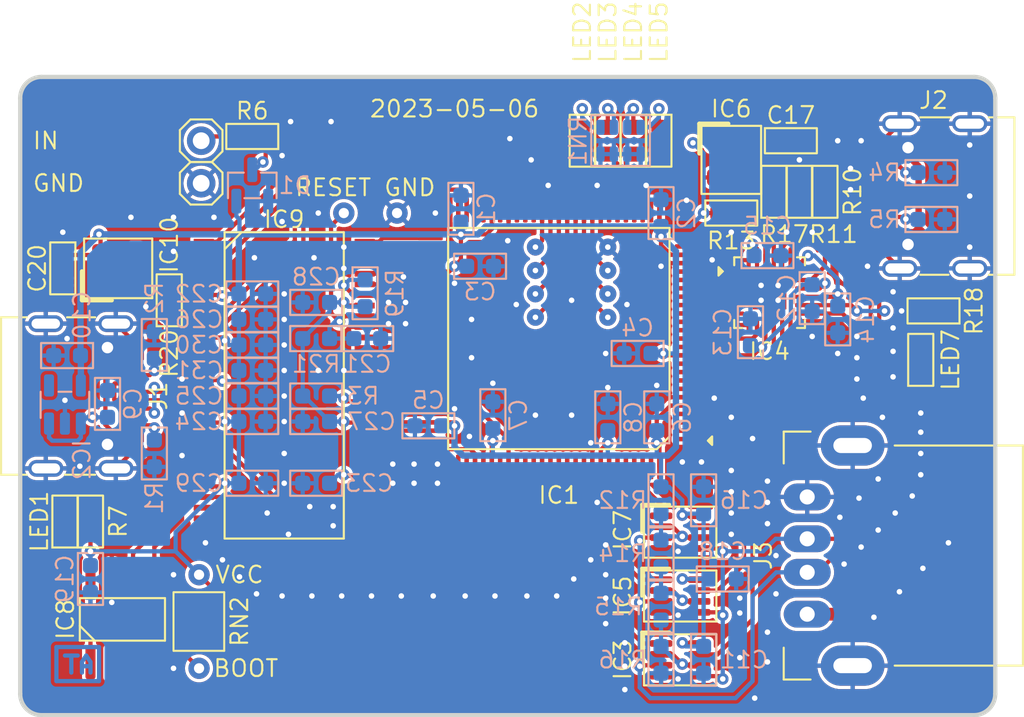
<source format=kicad_pcb>
(kicad_pcb (version 20221018) (generator pcbnew)
  (layers (0 "F.Cu" signal) (31 "B.Cu" signal) (34 "B.Paste" user) (35 "F.Paste" user) (36 "B.SilkS" user "B.Silkscreen") (37 "F.SilkS" user "F.Silkscreen") (38 "B.Mask" user) (39 "F.Mask" user) (44 "Edge.Cuts" user))
  (net 0 "")
  (net 1 "GND")
  (net 2 "+3V3")
  (net 5 "VBUS")
  (net 6 "/CMP_DM_1")
  (net 7 "/T_USB_DM")
  (net 8 "/T_USB_DP")
  (net 9 "/CMP_DP_1")
  (net 10 "/CMP_DM_2")
  (net 11 "/CMP_DP_2")
  (net 12 "/CMP_DM_3")
  (net 13 "/CMP_DP_3")
  (net 14 "/T_USB_VBUS")
  (net 15 "Net-(J2-PadCC1)")
  (net 16 "Net-(J2-PadCC2)")
  (net 19 "Net-(J1-PadCC1)")
  (net 20 "Net-(J1-PadCC2)")
  (net 21 "/FD0")
  (net 22 "/FD1")
  (net 23 "/FD2")
  (net 24 "/FD3")
  (net 25 "/JTAGEN")
  (net 26 "/IO_IN")
  (net 27 "/FD13")
  (net 28 "/FD14")
  (net 29 "/FD15")
  (net 30 "/SLRD")
  (net 31 "/SLWR")
  (net 32 "/IFCLK")
  (net 33 "/FD4")
  (net 34 "/FD5")
  (net 35 "/FD6")
  (net 36 "/FD7")
  (net 37 "/FLAGA")
  (net 38 "/FLAGB")
  (net 39 "/FLAGC")
  (net 40 "/CTRL_CLK")
  (net 41 "/SLOE")
  (net 42 "/CTRL_DATA")
  (net 43 "/FOFOADR0")
  (net 44 "/FOFOADR1")
  (net 45 "/PKTEND")
  (net 46 "/GPIO")
  (net 47 "/FD8")
  (net 48 "/FD9")
  (net 49 "/FD10")
  (net 50 "/FD11")
  (net 51 "/FD12")
  (net 52 "/T_USB_DIR")
  (net 53 "/T_USB_CLK")
  (net 54 "/T_USB_NXT")
  (net 55 "/T_USB_D0")
  (net 56 "/T_USB_D1")
  (net 57 "/T_USB_D2")
  (net 58 "/T_USB_D3")
  (net 59 "/T_USB_D4")
  (net 60 "/T_USB_D5")
  (net 61 "/T_USB_D6")
  (net 62 "/T_USB_D7")
  (net 63 "/T_USB_STP")
  (net 64 "Net-(J4-Pad1)")
  (net 65 "/Target USB/CMP_REF_1")
  (net 66 "/Target USB/CMP_REF_2")
  (net 67 "/Target USB/CMP_REF_3")
  (net 68 "/Target USB/USB_CLK_IN")
  (net 69 "/Host USB/RESET")
  (net 70 "/Host USB/A1")
  (net 71 "/Host USB/SDA")
  (net 72 "/Host USB/SCL")
  (net 73 "/Host USB/CY_CLK")
  (net 74 "/Host USB/DP")
  (net 75 "/Host USB/DM")
  (net 76 "Net-(IC4-ID)")
  (net 77 "Net-(IC4-VDD18)")
  (net 97 "Net-(IC4-VBUS)")
  (net 98 "Net-(IC4-RBIAS)")
  (net 100 "Net-(IC4-RESETB)")
  (net 101 "Net-(IC6-OUT)")
  (net 104 "Net-(IC9-WAKEUP)")
  (net 105 "Net-(IC10-OUT)")
  (net 106 "Net-(LED1-A)")
  (net 107 "Net-(LED2-K)")
  (net 108 "/DBG_3")
  (net 109 "/DBG_2")
  (net 110 "/DBG_1")
  (net 111 "/DBG_0")
  (net 112 "Net-(LED3-K)")
  (net 113 "Net-(LED4-K)")
  (net 114 "Net-(LED5-K)")
  (net 115 "/SPARE_0")
  (net 116 "/SPARE_1")
  (net 117 "/SPARE_2")
  (net 118 "/SPARE_3")
  (net 119 "/SPARE_4")
  (net 120 "/SPARE_5")
  (net 121 "/SPARE_6")
  (net 122 "Net-(LED7-A)")
  (footprint "ataradov_misc:TestPoint-1.27mm" (layer "F.Cu") (at 43.434 37.465)
    (fp_text reference "TP12" hide)
    (fp_text value "GND")
  )
  (footprint "ataradov_ic:CDFN-4-3.2x2.5mm" (layer "F.Cu") (at 63.373 34.29 -90)
    (fp_text reference "IC6")
    (fp_text value "DSC6101CI2A-026.0000")
  )
  (footprint "ataradov_ic:SOT-23-8" (layer "F.Cu") (at 60.325 56.515)
    (fp_text reference "IC7")
    (fp_text value "MAX9032AKA+T")
  )
  (footprint "ataradov_misc:TestPoint-1.27mm-Small" (layer "F.Cu") (at 56.007 43.688)
    (fp_text reference "TP3" hide)
    (fp_text value " ")
  )
  (footprint "ataradov_smd:0603" (layer "F.Cu") (at 25.146 55.88 90)
    (fp_text reference "R7")
    (fp_text value "10K")
  )
  (footprint "ataradov_misc:TestPoint-1.27mm-Small" (layer "F.Cu") (at 51.689 43.688)
    (fp_text reference "TP4" hide)
    (fp_text value " ")
  )
  (footprint "ataradov_misc:TestPoint-1.27mm-Small" (layer "F.Cu") (at 51.689 39.497)
    (fp_text reference "TP7" hide)
    (fp_text value " ")
  )
  (footprint "ataradov_smd:0603" (layer "F.Cu") (at 34.798 32.893 180)
    (fp_text reference "R6")
    (fp_text value "512")
  )
  (footprint "ataradov_ic:SOT-23-8" (layer "F.Cu") (at 60.325 64.135)
    (fp_text reference "IC3")
    (fp_text value "MAX9032AKA+T")
  )
  (footprint "ataradov_misc:TestPoint-1.27mm" (layer "F.Cu") (at 40.259 37.465)
    (fp_text reference "TP11" hide)
    (fp_text value "RESET")
  )
  (footprint "ataradov_misc:TestPoint-1.27mm" (layer "F.Cu") (at 31.623 64.643)
    (fp_text reference "TP10" hide)
    (fp_text value "BOOT")
  )
  (footprint "ataradov_smd:0603" (layer "F.Cu") (at 54.483 33.147 -90)
    (fp_text reference "LED2")
    (fp_text value "Orange")
  )
  (footprint "ataradov_smd:0603" (layer "F.Cu") (at 74.676 46.228 90)
    (fp_text reference "LED7")
    (fp_text value "Yellow")
  )
  (footprint "ataradov_smd:0603" (layer "F.Cu") (at 23.495 40.767 -90)
    (fp_text reference "C20")
    (fp_text value "100nF")
  )
  (footprint "ataradov_misc:TestPoint-1.27mm" (layer "F.Cu") (at 31.623 59.055)
    (fp_text reference "TP9" hide)
    (fp_text value "VCC")
  )
  (footprint "ataradov_conn:Pin-2.54mm" (layer "F.Cu") (at 31.75 35.687)
    (fp_text reference "J5" hide)
    (fp_text value "GND")
  )
  (footprint "ataradov_smd:0603" (layer "F.Cu") (at 56.007 33.147 -90)
    (fp_text reference "LED3")
    (fp_text value "Orange")
  )
  (footprint "ataradov_conn:USB-C" (layer "F.Cu") (at 77.597 36.449 90)
    (fp_text reference "J2")
    (fp_text value "USB-C")
  )
  (footprint "ataradov_ic:QFN-24-0.5mm" (layer "F.Cu") (at 65.659 42.2148)
    (fp_text reference "IC4")
    (fp_text value "USB3343")
  )
  (footprint "ataradov_misc:TestPoint-1.27mm-Small" (layer "F.Cu") (at 56.007 42.291)
    (fp_text reference "TP2" hide)
    (fp_text value " ")
  )
  (footprint "ataradov_smd:0603x4" (layer "F.Cu") (at 31.623 61.849)
    (fp_text reference "RN2")
    (fp_text value "2.2K")
  )
  (footprint "ataradov_misc:TestPoint-1.27mm-Small" (layer "F.Cu") (at 51.689 42.291)
    (fp_text reference "TP5" hide)
    (fp_text value " ")
  )
  (footprint "ataradov_misc:TestPoint-1.27mm-Small" (layer "F.Cu") (at 56.007 39.497)
    (fp_text reference "TP8" hide)
    (fp_text value " ")
  )
  (footprint "ataradov_smd:0603" (layer "F.Cu") (at 67.437 36.195 90)
    (fp_text reference "R11")
    (fp_text value "8.06K")
  )
  (footprint "ataradov_ic:SSOP-56-0.635mm" (layer "F.Cu") (at 36.703 47.752)
    (fp_text reference "IC9")
    (fp_text value "CY7C68013A-56PVXC")
  )
  (footprint "ataradov_smd:0603" (layer "F.Cu") (at 75.438 43.307 180)
    (fp_text reference "R18")
    (fp_text value "10K")
  )
  (footprint "ataradov_smd:0603" (layer "F.Cu") (at 29.845 42.672 90)
    (fp_text reference "R20")
    (fp_text value "100")
  )
  (footprint "ataradov_ic:SO-8" (layer "F.Cu") (at 27.051 61.722 90)
    (fp_text reference "IC8")
    (fp_text value "I2C-EEPROM")
  )
  (footprint "ataradov_smd:0603" (layer "F.Cu") (at 23.622 55.88 90)
    (fp_text reference "LED1")
    (fp_text value "Green")
  )
  (footprint "ataradov_conn:Pin-2.54mm" (layer "F.Cu") (at 31.75 33.147)
    (fp_text reference "J4" hide)
    (fp_text value "IN")
  )
  (footprint "ataradov_ic:CDFN-4-3.2x2.5mm" (layer "F.Cu") (at 26.797 40.767)
    (fp_text reference "IC10")
    (fp_text value "DSC6101CI2A-024.0000")
  )
  (footprint "ataradov_ic:SOT-23-8" (layer "F.Cu") (at 60.325 60.325)
    (fp_text reference "IC5")
    (fp_text value "MAX9032AKA+T")
  )
  (footprint "ataradov_smd:0603" (layer "F.Cu") (at 59.055 33.147 -90)
    (fp_text reference "LED5")
    (fp_text value "Orange")
  )
  (footprint "ataradov_smd:0603" (layer "F.Cu") (at 66.929 33.147)
    (fp_text reference "C17")
    (fp_text value "100nF")
  )
  (footprint "ataradov_smd:0603" (layer "F.Cu") (at 63.373 37.465)
    (fp_text reference "R13")
    (fp_text value "10K")
  )
  (footprint "ataradov_conn:USB-C" (layer "F.Cu") (at 22.479 48.387 -90)
    (fp_text reference "J1")
    (fp_text value "USB-C")
  )
  (footprint "ataradov_misc:TestPoint-1.27mm-Small" (layer "F.Cu") (at 51.689 40.894)
    (fp_text reference "TP6" hide)
    (fp_text value " ")
  )
  (footprint "ataradov_misc:TestPoint-1.27mm-Small" (layer "F.Cu") (at 56.007 40.894)
    (fp_text reference "TP1" hide)
    (fp_text value " ")
  )
  (footprint "ataradov_smd:0603" (layer "F.Cu") (at 65.913 36.195 90)
    (fp_text reference "R17")
    (fp_text value "100")
  )
  (footprint "ataradov_ic:TQFP-100-0.5mm" (layer "F.Cu") (at 53.086 44.958 180)
    (fp_text reference "IC1")
    (fp_text value "LCMXO2-2000HC")
  )
  (footprint "ataradov_smd:0603" (layer "F.Cu") (at 57.531 33.147 -90)
    (fp_text reference "LED4")
    (fp_text value "Orange")
  )
  (footprint "ataradov_conn:USB-A-Slots" (layer "F.Cu") (at 70.612 57.912 90)
    (fp_text reference "J3")
    (fp_text value "USB-A")
  )
  (footprint "ataradov_smd:0603" (layer "F.Cu") (at 68.961 36.195 90)
    (fp_text reference "R10")
    (fp_text value "20K")
  )
  (footprint "ataradov_smd:0603" (layer "B.Cu") (at 34.798 49.911)
    (fp_text reference "C24")
    (fp_text value "100nF")
  )
  (footprint "ataradov_smd:0603x4" (layer "B.Cu") (at 56.769 33.147 -90)
    (fp_text reference "RN1")
    (fp_text value "2.2K")
  )
  (footprint "ataradov_smd:0603" (layer "B.Cu") (at 34.798 43.815)
    (fp_text reference "C26")
    (fp_text value "100nF")
  )
  (footprint "ataradov_ic:SOT-23" (layer "B.Cu") (at 34.798 35.814 90)
    (fp_text reference "D1")
    (fp_text value "BAT54S")
  )
  (footprint "ataradov_misc:Logo-Small" (layer "B.Cu") (at 24.384 64.389 180)
    (fp_text reference "Logo1" hide)
    (fp_text value "Logo" hide)
  )
  (footprint "ataradov_smd:0603" (layer "B.Cu") (at 34.798 53.594)
    (fp_text reference "C29")
    (fp_text value "100nF")
  )
  (footprint "ataradov_smd:0603" (layer "B.Cu") (at 38.608 42.799 180)
    (fp_text reference "C28")
    (fp_text value "100nF")
  )
  (footprint "ataradov_smd:0603" (layer "B.Cu") (at 38.608 44.958)
    (fp_text reference "R21")
    (fp_text value "10K")
  )
  (footprint "ataradov_smd:0603" (layer "B.Cu") (at 59.182 57.785 -90)
    (fp_text reference "R14")
    (fp_text value "33K")
  )
  (footprint "ataradov_smd:0603" (layer "B.Cu") (at 48.387 40.64)
    (fp_text reference "C3")
    (fp_text value "100nF")
  )
  (footprint "ataradov_smd:0603" (layer "B.Cu") (at 26.162 48.857 90)
    (fp_text reference "C9")
    (fp_text value "1uF")
  )
  (footprint "ataradov_smd:0603" (layer "B.Cu") (at 59.182 54.61 -90)
    (fp_text reference "R12")
    (fp_text value "10K")
  )
  (footprint "ataradov_smd:0603" (layer "B.Cu") (at 34.798 42.291)
    (fp_text reference "C22")
    (fp_text value "100nF")
  )
  (footprint "ataradov_smd:0603" (layer "B.Cu") (at 59.182 64.135 -90)
    (fp_text reference "R16")
    (fp_text value "4.7K")
  )
  (footprint "ataradov_smd:0603" (layer "B.Cu") (at 58.928 49.657 90)
    (fp_text reference "C6")
    (fp_text value "100nF")
  )
  (footprint "ataradov_smd:0603" (layer "B.Cu") (at 75.311 35.052)
    (fp_text reference "R4")
    (fp_text value "5.1K")
  )
  (footprint "ataradov_smd:0603" (layer "B.Cu") (at 38.608 53.594 180)
    (fp_text reference "C23")
    (fp_text value "100nF")
  )
  (footprint "ataradov_smd:0603" (layer "B.Cu") (at 45.301 50.165 180)
    (fp_text reference "C5")
    (fp_text value "100nF")
  )
  (footprint "ataradov_smd:0603" (layer "B.Cu") (at 59.182 37.465 90)
    (fp_text reference "C2")
    (fp_text value "100nF")
  )
  (footprint "ataradov_smd:0603" (layer "B.Cu") (at 41.529 42.253 -90)
    (fp_text reference "R19")
    (fp_text value "10K")
  )
  (footprint "ataradov_smd:0603" (layer "B.Cu") (at 68.199 42.545 -90)
    (fp_text reference "C12")
    (fp_text value "100nF")
  )
  (footprint "ataradov_smd:0603" (layer "B.Cu") (at 59.182 60.96 -90)
    (fp_text reference "R15")
    (fp_text value "4.7K")
  )
  (footprint "ataradov_smd:0603" (layer "B.Cu") (at 62.865 59.309)
    (fp_text reference "C18")
    (fp_text value "100nF")
  )
  (footprint "ataradov_smd:0603" (layer "B.Cu") (at 65.532 40.005)
    (fp_text reference "C15")
    (fp_text value "2.2uF")
  )
  (footprint "ataradov_smd:0603" (layer "B.Cu") (at 23.749 45.974 180)
    (fp_text reference "C10")
    (fp_text value "1uF")
  )
  (footprint "ataradov_smd:0603" (layer "B.Cu") (at 34.798 48.387)
    (fp_text reference "C25")
    (fp_text value "100nF")
  )
  (footprint "ataradov_smd:0603" (layer "B.Cu") (at 75.311 37.846)
    (fp_text reference "R5")
    (fp_text value "5.1K")
  )
  (footprint "ataradov_smd:0603" (layer "B.Cu") (at 28.956 45.339 90)
    (fp_text reference "R2")
    (fp_text value "5.1K")
  )
  (footprint "ataradov_smd:0603" (layer "B.Cu") (at 64.516 44.577 90)
    (fp_text reference "C13")
    (fp_text value "100nF")
  )
  (footprint "ataradov_smd:0603" (layer "B.Cu") (at 34.798 45.339)
    (fp_text reference "C30")
    (fp_text value "2.2uF")
  )
  (footprint "ataradov_ic:SOT-23-5" (layer "B.Cu") (at 23.622 48.895 90)
    (fp_text reference "IC2")
    (fp_text value "MIC5504-3.3v")
  )
  (footprint "ataradov_smd:0603" (layer "B.Cu") (at 49.149 49.53 90)
    (fp_text reference "C7")
    (fp_text value "100nF")
  )
  (footprint "ataradov_smd:0603" (layer "B.Cu") (at 56.007 49.657 90)
    (fp_text reference "C8")
    (fp_text value "100nF")
  )
  (footprint "ataradov_smd:0603" (layer "B.Cu") (at 61.722 64.135 -90)
    (fp_text reference "C11")
    (fp_text value "100nF")
  )
  (footprint "ataradov_smd:0603" (layer "B.Cu") (at 69.723 43.815 -90)
    (fp_text reference "C14")
    (fp_text value "2.2uF")
  )
  (footprint "ataradov_smd:0603" (layer "B.Cu") (at 34.798 46.863)
    (fp_text reference "C31")
    (fp_text value "2.2uF")
  )
  (footprint "ataradov_smd:0603" (layer "B.Cu") (at 47.244 37.211 90)
    (fp_text reference "C1")
    (fp_text value "100nF")
  )
  (footprint "ataradov_smd:0603" (layer "B.Cu") (at 57.785 45.847 180)
    (fp_text reference "C4")
    (fp_text value "100nF")
  )
  (footprint "ataradov_smd:0603" (layer "B.Cu") (at 38.608 49.911 180)
    (fp_text reference "C27")
    (fp_text value "100nF")
  )
  (footprint "ataradov_smd:0603" (layer "B.Cu") (at 41.656 44.958)
    (fp_text reference "C21")
    (fp_text value "10uF")
  )
  (footprint "ataradov_smd:0603" (layer "B.Cu") (at 61.722 54.61 90)
    (fp_text reference "C16")
    (fp_text value "100nF")
  )
  (footprint "ataradov_smd:0603" (layer "B.Cu") (at 25.146 59.309 -90)
    (fp_text reference "C19")
    (fp_text value "100nF")
  )
  (footprint "ataradov_smd:0603" (layer "B.Cu") (at 38.608 48.387)
    (fp_text reference "R3")
    (fp_text value "10K")
  )
  (footprint "ataradov_smd:0603" (layer "B.Cu") (at 28.956 51.816 -90)
    (fp_text reference "R1")
    (fp_text value "5.1K")
  )
  (gr_arc (start 20.955 30.607) (mid 21.326974 29.708974) (end 22.225 29.337) (stroke (width 0.254)) (layer "Edge.Cuts"))
  (gr_line (start 79.120999 30.607) (end 79.120999 66.166999) (stroke (width 0.254)) (layer "Edge.Cuts"))
  (gr_arc (start 79.120999 66.166999) (mid 78.749025 67.065025) (end 77.850999 67.436999) (stroke (width 0.254)) (layer "Edge.Cuts"))
  (gr_arc (start 22.225001 67.436999) (mid 21.326975 67.065025) (end 20.955001 66.166999) (stroke (width 0.254)) (layer "Edge.Cuts"))
  (gr_line (start 20.955 66.167) (end 20.955 30.607) (stroke (width 0.254)) (layer "Edge.Cuts"))
  (gr_line (start 77.851 67.436999) (end 22.225001 67.436999) (stroke (width 0.254)) (layer "Edge.Cuts"))
  (gr_line (start 22.225 29.337) (end 77.851 29.337) (stroke (width 0.254)) (layer "Edge.Cuts"))
  (gr_arc (start 77.850999 29.337001) (mid 78.749025 29.708975) (end 79.120999 30.607001) (stroke (width 0.254)) (layer "Edge.Cuts"))
  (gr_text "www.taradov.com" (at 45.72 65.024) (layer "F.Cu") (effects (font (size 1 1) (thickness 0.127))))
  (gr_text "USB Sniffer v6" (at 45.847 62.738) (layer "F.Cu") (effects (font (size 1.5 1.5) (thickness 0.127))))
  (gr_text "2023-05-06" (at 46.863 31.242) (layer "F.SilkS") (effects (font (size 1 1) (thickness 0.127))))
  (segment (start 72.466 39.699) (end 72.466 39.818) (width 0.254) (layer "F.Cu") (net 1))
  (segment (start 27.61 51.637) (end 27.61 51.756) (width 0.254) (layer "F.Cu") (net 1))
  (segment (start 72.466 33.199) (end 72.466 33.08) (width 0.254) (layer "F.Cu") (net 1))
  (segment (start 27.61 45.137) (end 27.61 45.018) (width 0.254) (layer "F.Cu") (net 1))
  (segment (start 27.61 45.018) (end 26.659 44.067) (width 0.254) (layer "F.Cu") (net 1))
  (segment (start 72.466 39.818) (end 73.417 40.769) (width 0.254) (layer "F.Cu") (net 1))
  (segment (start 27.61 51.756) (end 26.659 52.707) (width 0.254) (layer "F.Cu") (net 1))
  (segment (start 72.466 33.08) (end 73.417 32.129) (width 0.254) (layer "F.Cu") (net 1))
  (via (at 30.099 64.643) (size 0.6858) (drill 0.3302) (layers "F.Cu" "B.Cu") (net 1))
  (via (at 45.72 37.465) (size 0.6858) (drill 0.3302) (layers "F.Cu" "B.Cu") (net 1))
  (via (at 52.451 35.814) (size 0.6858) (drill 0.3302) (layers "F.Cu" "B.Cu") (net 1))
  (via (at 57.15 42.926) (size 0.6858) (drill 0.3302) (layers "F.Cu" "B.Cu") (net 1))
  (via (at 73.025 47.244) (size 0.6858) (drill 0.3302) (layers "F.Cu" "B.Cu") (net 1))
  (via (at 69.723 33.147) (size 0.6858) (drill 0.3302) (layers "F.Cu" "B.Cu") (net 1))
  (via (at 55.372 35.814) (size 0.6858) (drill 0.3302) (layers "F.Cu" "B.Cu") (net 1))
  (via (at 36.576 34.036) (size 0.6858) (drill 0.3302) (layers "F.Cu" "B.Cu") (net 1))
  (via (at 63.373 49.657) (size 0.6858) (drill 0.3302) (layers "F.Cu" "B.Cu") (net 1))
  (via (at 45.847 53.594) (size 0.6858) (drill 0.3302) (layers "F.Cu" "B.Cu") (net 1))
  (via (at 45.847 52.451) (size 0.6858) (drill 0.3302) (layers "F.Cu" "B.Cu") (net 1))
  (via (at 43.942 44.069) (size 0.6858) (drill 0.3302) (layers "F.Cu" "B.Cu") (net 1))
  (via (at 72.136 56.388) (size 0.6858) (drill 0.3302) (layers "F.Cu" "B.Cu") (net 1))
  (via (at 30.607 47.371) (size 0.6858) (drill 0.3302) (layers "F.Cu" "B.Cu") (net 1))
  (via (at 56.007 47.879) (size 0.6858) (drill 0.3302) (layers "F.Cu" "B.Cu") (net 1))
  (via (at 60.198 61.468) (size 0.6858) (drill 0.3302) (layers "F.Cu" "B.Cu") (net 1))
  (via (at 65.532 53.467) (size 0.6858) (drill 0.3302) (layers "F.Cu" "B.Cu") (net 1))
  (via (at 55.88 57.277) (size 0.6858) (drill 0.3302) (layers "F.Cu" "B.Cu") (net 1))
  (via (at 76.327 57.15) (size 0.6858) (drill 0.3302) (layers "F.Cu" "B.Cu") (net 1))
  (via (at 40.259 39.497) (size 0.6858) (drill 0.3302) (layers "F.Cu" "B.Cu") (net 1))
  (via (at 51.689 49.53) (size 0.6858) (drill 0.3302) (layers "F.Cu" "B.Cu") (net 1))
  (via (at 70.866 47.371) (size 0.6858) (drill 0.3302) (layers "F.Cu" "B.Cu") (net 1))
  (via (at 65.151 42.672) (size 0.6858) (drill 0.3302) (layers "F.Cu" "B.Cu") (net 1))
  (via (at 73.533 43.307) (size 0.6858) (drill 0.3302) (layers "F.Cu" "B.Cu") (net 1))
  (via (at 43.18 53.594) (size 0.6858) (drill 0.3302) (layers "F.Cu" "B.Cu") (net 1))
  (via (at 46.863 49.149) (size 0.6858) (drill 0.3302) (layers "F.Cu" "B.Cu") (net 1))
  (via (at 44.45 53.594) (size 0.6858) (drill 0.3302) (layers "F.Cu" "B.Cu") (net 1))
  (via (at 34.036 59.182) (size 0.6858) (drill 0.3302) (layers "F.Cu" "B.Cu") (net 1))
  (via (at 54.991 51.181) (size 0.6858) (drill 0.3302) (layers "F.Cu" "B.Cu") (net 1))
  (via (at 71.12 57.404) (size 0.6858) (drill 0.3302) (layers "F.Cu" "B.Cu") (net 1))
  (via (at 55.88 61.976) (size 0.6858) (drill 0.3302) (layers "F.Cu" "B.Cu") (net 1))
  (via (at 74.803 58.674) (size 0.6858) (drill 0.3302) (layers "F.Cu" "B.Cu") (net 1))
  (via (at 37.084 32.004) (size 0.6858) (drill 0.3302) (layers "F.Cu" "B.Cu") (net 1))
  (via (at 66.04 60.198) (size 0.6858) (drill 0.3302) (layers "F.Cu" "B.Cu") (net 1))
  (via (at 49.149 47.625) (size 0.6858) (drill 0.3302) (layers "F.Cu" "B.Cu") (net 1))
  (via (at 73.152 55.372) (size 0.6858) (drill 0.3302) (layers "F.Cu" "B.Cu") (net 1))
  (via (at 44.45 52.451) (size 0.6858) (drill 0.3302) (layers "F.Cu" "B.Cu") (net 1))
  (via (at 30.607 49.403) (size 0.6858) (drill 0.3302) (layers "F.Cu" "B.Cu") (net 1))
  (via (at 39.624 54.991) (size 0.6858) (drill 0.3302) (layers "F.Cu" "B.Cu") (net 1))
  (via (at 47.879 43.815) (size 0.6858) (drill 0.3302) (layers "F.Cu" "B.Cu") (net 1))
  (via (at 47.498 60.325) (size 0.6858) (drill 0.3302) (layers "F.Cu" "B.Cu") (net 1))
  (via (at 63.881 60.452) (size 0.6858) (drill 0.3302) (layers "F.Cu" "B.Cu") (net 1))
  (via (at 77.597 36.449) (size 0.6858) (drill 0.3302) (layers "F.Cu" "B.Cu") (net 1))
  (via (at 71.12 33.147) (size 0.6858) (drill 0.3302) (layers "F.Cu" "B.Cu") (net 1))
  (via (at 70.485 36.068) (size 0.6858) (drill 0.3302) (layers "F.Cu" "B.Cu") (net 1))
  (via (at 74.676 50.546) (size 0.6858) (drill 0.3302) (layers "F.Cu" "B.Cu") (net 1))
  (via (at 36.576 37.973) (size 0.6858) (drill 0.3302) (layers "F.Cu" "B.Cu") (net 1))
  (via (at 30.099 39.751) (size 0.6858) (drill 0.3302) (layers "F.Cu" "B.Cu") (net 1))
  (via (at 51.435 34.29) (size 0.6858) (drill 0.3302) (layers "F.Cu" "B.Cu") (net 1))
  (via (at 63.373 56.642) (size 0.6858) (drill 0.3302) (layers "F.Cu" "B.Cu") (net 1))
  (via (at 66.167 42.672) (size 0.6858) (drill 0.3302) (layers "F.Cu" "B.Cu") (net 1))
  (via (at 23.749 44.958) (size 0.6858) (drill 0.3302) (layers "F.Cu" "B.Cu") (net 1))
  (via (at 64.77 66.421) (size 0.6858) (drill 0.3302) (layers "F.Cu" "B.Cu") (net 1))
  (via (at 57.023 65.913) (size 0.6858) (drill 0.3302) (layers "F.Cu" "B.Cu") (net 1))
  (via (at 57.023 63.119) (size 0.6858) (drill 0.3302) (layers "F.Cu" "B.Cu") (net 1))
  (via (at 40.259 40.767) (size 0.6858) (drill 0.3302) (layers "F.Cu" "B.Cu") (net 1))
  (via (at 38.354 60.325) (size 0.6858) (drill 0.3302) (layers "F.Cu" "B.Cu") (net 1))
  (via (at 57.023 64.516) (size 0.6858) (drill 0.3302) (layers "F.Cu" "B.Cu") (net 1))
  (via (at 63.881 61.341) (size 0.6858) (drill 0.3302) (layers "F.Cu" "B.Cu") (net 1))
  (via (at 70.993 54.483) (size 0.6858) (drill 0.3302) (layers "F.Cu" "B.Cu") (net 1))
  (via (at 42.926 44.069) (size 0.6858) (drill 0.3302) (layers "F.Cu" "B.Cu") (net 1))
  (via (at 54.991 58.166) (size 0.6858) (drill 0.3302) (layers "F.Cu" "B.Cu") (net 1))
  (via (at 49.276 60.325) (size 0.6858) (drill 0.3302) (layers "F.Cu" "B.Cu") (net 1))
  (via (at 36.703 45.339) (size 0.6858) (drill 0.3302) (layers "F.Cu" "B.Cu") (net 1))
  (via (at 45.593 60.325) (size 0.6858) (drill 0.3302) (layers "F.Cu" "B.Cu") (net 1))
  (via (at 73.025 42.164) (size 0.6858) (drill 0.3302) (layers "F.Cu" "B.Cu") (net 1))
  (via (at 36.703 49.911) (size 0.6858) (drill 0.3302) (layers "F.Cu" "B.Cu") (net 1))
  (via (at 55.88 60.452) (size 0.6858) (drill 0.3302) (layers "F.Cu" "B.Cu") (net 1))
  (via (at 70.104 58.42) (size 0.6858) (drill 0.3302) (layers "F.Cu" "B.Cu") (net 1))
  (via (at 39.497 32.004) (size 0.6858) (drill 0.3302) (layers "F.Cu" "B.Cu") (net 1))
  (via (at 39.624 56.134) (size 0.6858) (drill 0.3302) (layers "F.Cu" "B.Cu") (net 1))
  (via (at 23.495 38.608) (size 0.6858) (drill 0.3302) (layers "F.Cu" "B.Cu") (net 1))
  (via (at 35.052 60.198) (size 0.6858) (drill 0.3302) (layers "F.Cu" "B.Cu") (net 1))
  (via (at 74.676 51.816) (size 0.6858) (drill 0.3302) (layers "F.Cu" "B.Cu") (net 1))
  (via (at 36.703 42.291) (size 0.6858) (drill 0.3302) (layers "F.Cu" "B.Cu") (net 1))
  (via (at 63.881 64.008) (size 0.6858) (drill 0.3302) (layers "F.Cu" "B.Cu") (net 1))
  (via (at 58.293 35.814) (size 0.6858) (drill 0.3302) (layers "F.Cu" "B.Cu") (net 1))
  (via (at 71.501 40.64) (size 0.6858) (drill 0.3302) (layers "F.Cu" "B.Cu") (net 1))
  (via (at 35.687 55.372) (size 0.6858) (drill 0.3302) (layers "F.Cu" "B.Cu") (net 1))
  (via (at 38.735 46.863) (size 0.6858) (drill 0.3302) (layers "F.Cu" "B.Cu") (net 1))
  (via (at 77.597 33.401) (size 0.6858) (drill 0.3302) (layers "F.Cu" "B.Cu") (net 1))
  (via (at 43.688 60.325) (size 0.6858) (drill 0.3302) (layers "F.Cu" "B.Cu") (net 1))
  (via (at 34.925 40.132) (size 0.6858) (drill 0.3302) (layers "F.Cu" "B.Cu") (net 1))
  (via (at 42.926 42.799) (size 0.6858) (drill 0.3302) (layers "F.Cu" "B.Cu") (net 1))
  (via (at 61.595 52.324) (size 0.6858) (drill 0.3302) (layers "F.Cu" "B.Cu") (net 1))
  (via (at 66.167 41.783) (size 0.6858) (drill 0.3302) (layers "F.Cu" "B.Cu") (net 1))
  (via (at 72.39 49.657) (size 0.6858) (drill 0.3302) (layers "F.Cu" "B.Cu") (net 1))
  (via (at 63.373 52.832) (size 0.6858) (drill 0.3302) (layers "F.Cu" "B.Cu") (net 1))
  (via (at 53.848 49.53) (size 0.6858) (drill 0.3302) (layers "F.Cu" "B.Cu") (net 1))
  (via (at 46.863 41.656) (size 0.6858) (drill 0.3302) (layers "F.Cu" "B.Cu") (net 1))
  (via (at 73.025 45.72) (size 0.6858) (drill 0.3302) (layers "F.Cu" "B.Cu") (net 1))
  (via (at 63.373 54.102) (size 0.6858) (drill 0.3302) (layers "F.Cu" "B.Cu") (net 1))
  (via (at 63.373 55.372) (size 0.6858) (drill 0.3302) (layers "F.Cu" "B.Cu") (net 1))
  (via (at 60.452 52.324) (size 0.6858) (drill 0.3302) (layers "F.Cu" "B.Cu") (net 1))
  (via (at 32.512 37.719) (size 0.6858) (drill 0.3302) (layers "F.Cu" "B.Cu") (net 1))
  (via (at 36.703 43.815) (size 0.6858) (drill 0.3302) (layers "F.Cu" "B.Cu") (net 1))
  (via (at 50.038 39.116) (size 0.6858) (drill 0.3302) (layers "F.Cu" "B.Cu") (net 1))
  (via (at 43.815 41.275) (size 0.6858) (drill 0.3302) (layers "F.Cu" "B.Cu") (net 1))
  (via (at 72.136 53.34) (size 0.6858) (drill 0.3302) (layers "F.Cu" "B.Cu") (net 1))
  (via (at 55.88 59.055) (size 0.6858) (drill 0.3302) (layers "F.Cu" "B.Cu") (net 1))
  (via (at 24.511 52.578) (size 0.6858) (drill 0.3302) (layers "F.Cu" "B.Cu") (net 1))
  (via (at 51.181 60.325) (size 0.6858) (drill 0.3302) (layers "F.Cu" "B.Cu") (net 1))
  (via (at 41.91 60.325) (size 0.6858) (drill 0.3302) (layers "F.Cu" "B.Cu") (net 1))
  (via (at 36.957 56.642) (size 0.6858) (drill 0.3302) (layers "F.Cu" "B.Cu") (net 1))
  (via (at 68.199 38.608) (size 0.6858) (drill 0.3302) (layers "F.Cu" "B.Cu") (net 1))
  (via (at 73.025 44.323) (size 0.6858) (drill 0.3302) (layers "F.Cu" "B.Cu") (net 1))
  (via (at 71.247 48.514) (size 0.6858) (drill 0.3302) (layers "F.Cu" "B.Cu") (net 1))
  (via (at 70.866 46.101) (size 0.6858) (drill 0.3302) (layers "F.Cu" "B.Cu") (net 1))
  (via (at 65.151 41.783) (size 0.6858) (drill 0.3302) (layers "F.Cu" "B.Cu") (net 1))
  (via (at 32.004 57.15) (size 0.6858) (drill 0.3302) (layers "F.Cu" "B.Cu") (net 1))
  (via (at 38.481 40.132) (size 0.6858) (drill 0.3302) (layers "F.Cu" "B.Cu") (net 1))
  (via (at 50.165 33.02) (size 0.6858) (drill 0.3302) (layers "F.Cu" "B.Cu") (net 1))
  (via (at 28.448 43.053) (size 0.6858) (drill 0.3302) (layers "F.Cu" "B.Cu") (net 1))
  (via (at 55.372 54.737) (size 0.6858) (drill 0.3302) (layers "F.Cu" "B.Cu") (net 1))
  (via (at 43.942 42.799) (size 0.6858) (drill 0.3302) (layers "F.Cu" "B.Cu") (net 1))
  (via (at 65.532 54.737) (size 0.6858) (drill 0.3302) (layers "F.Cu" "B.Cu") (net 1))
  (via (at 38.735 37.465) (size 0.6858) (drill 0.3302) (layers "F.Cu" "B.Cu") (net 1))
  (via (at 36.703 53.594) (size 0.6858) (drill 0.3302) (layers "F.Cu" "B.Cu") (net 1))
  (via (at 43.18 52.451) (size 0.6858) (drill 0.3302) (layers "F.Cu" "B.Cu") (net 1))
  (via (at 23.622 48.641) (size 0.6858) (drill 0.3302) (layers "F.Cu" "B.Cu") (net 1))
  (via (at 69.723 45.847) (size 0.6858) (drill 0.3302) (layers "F.Cu" "B.Cu") (net 1))
  (via (at 38.227 54.991) (size 0.6858) (drill 0.3302) (layers "F.Cu" "B.Cu") (net 1))
  (via (at 62.357 48.514) (size 0.6858) (drill 0.3302) (layers "F.Cu" "B.Cu") (net 1))
  (via (at 77.597 39.497) (size 0.6858) (drill 0.3302) (layers "F.Cu" "B.Cu") (net 1))
  (via (at 30.607 51.943) (size 0.6858) (drill 0.3302) (layers "F.Cu" "B.Cu") (net 1))
  (via (at 30.099 59.055) (size 0.6858) (drill 0.3302) (layers "F.Cu" "B.Cu") (net 1))
  (via (at 30.099 37.719) (size 0.6858) (drill 0.3302) (layers "F.Cu" "B.Cu") (net 1))
  (via (at 40.132 60.325) (size 0.6858) (drill 0.3302) (layers "F.Cu" "B.Cu") (net 1))
  (via (at 26.416 60.706) (size 0.6858) (drill 0.3302) (layers "F.Cu" "B.Cu") (net 1))
  (via (at 69.85 55.626) (size 0.6858) (drill 0.3302) (layers "F.Cu" "B.Cu") (net 1))
  (via (at 71.882 61.595) (size 0.6858) (drill 0.3302) (layers "F.Cu" "B.Cu") (net 1))
  (via (at 68.199 44.831) (size 0.6858) (drill 0.3302) (layers "F.Cu" "B.Cu") (net 1))
  (via (at 74.676 49.403) (size 0.6858) (drill 0.3302) (layers "F.Cu" "B.Cu") (net 1))
  (via (at 70.866 44.831) (size 0.6858) (drill 0.3302) (layers "F.Cu" "B.Cu") (net 1))
  (via (at 65.532 64.262) (size 0.6858) (drill 0.3302) (layers "F.Cu" "B.Cu") (net 1))
  (via (at 62.23 40.259) (size 0.6858) (drill 0.3302) (layers "F.Cu" "B.Cu") (net 1))
  (via (at 74.168 54.356) (size 0.6858) (drill 0.3302) (layers "F.Cu" "B.Cu") (net 1))
  (via (at 55.88 45.847) (size 0.6858) (drill 0.3302) (layers "F.Cu" "B.Cu") (net 1))
  (via (at 36.703 51.816) (size 0.6858) (drill 0.3302) (layers "F.Cu" "B.Cu") (net 1))
  (via (at 60.198 65.278) (size 0.6858) (drill 0.3302) (layers "F.Cu" "B.Cu") (net 1))
  (via (at 59.182 40.64) (size 0.6858) (drill 0.3302) (layers "F.Cu" "B.Cu") (net 1))
  (via (at 67.437 34.29) (size 0.6858) (drill 0.3302) (layers "F.Cu" "B.Cu") (net 1))
  (via (at 53.848 42.672) (size 0.6858) (drill 0.3302) (layers "F.Cu" "B.Cu") (net 1))
  (via (at 70.485 34.798) (size 0.6858) (drill 0.3302) (layers "F.Cu" "B.Cu") (net 1))
  (via (at 40.259 46.863) (size 0.6858) (drill 0.3302) (layers "F.Cu" "B.Cu") (net 1))
  (via (at 64.643 50.927) (size 0.6858) (drill 0.3302) (layers "F.Cu" "B.Cu") (net 1))
  (via (at 52.959 60.325) (size 0.6858) (drill 0.3302) (layers "F.Cu" "B.Cu") (net 1))
  (via (at 65.532 62.484) (size 0.6858) (drill 0.3302) (layers "F.Cu" "B.Cu") (net 1))
  (via (at 47.879 46.101) (size 0.6858) (drill 0.3302) (layers "F.Cu" "B.Cu") (net 1))
  (via (at 53.975 59.309) (size 0.6858) (drill 0.3302) (layers "F.Cu" "B.Cu") (net 1))
  (via (at 73.406 60.071) (size 0.6858) (drill 0.3302) (layers "F.Cu" "B.Cu") (net 1))
  (via (at 74.676 53.086) (size 0.6858) (drill 0.3302) (layers "F.Cu" "B.Cu") (net 1))
  (via (at 60.198 57.658) (size 0.6858) (drill 0.3302) (layers "F.Cu" "B.Cu") (net 1))
  (via (at 65.532 56.007) (size 0.6858) (drill 0.3302) (layers "F.Cu" "B.Cu") (net 1))
  (via (at 47.752 50.8) (size 0.6858) (drill 0.3302) (layers "F.Cu" "B.Cu") (net 1))
  (via (at 66.675 38.608) (size 0.6858) (drill 0.3302) (layers "F.Cu" "B.Cu") (net 1))
  (via (at 27.559 37.719) (size 0.6858) (drill 0.3302) (layers "F.Cu" "B.Cu") (net 1))
  (via (at 36.703 48.387) (size 0.6858) (drill 0.3302) (layers "F.Cu" "B.Cu") (net 1))
  (via (at 58.928 47.752) (size 0.6858) (drill 0.3302) (layers "F.Cu" "B.Cu") (net 1))
  (via (at 66.04 57.912) (size 0.6858) (drill 0.3302) (layers "F.Cu" "B.Cu") (net 1))
  (via (at 63.373 38.608) (size 0.6858) (drill 0.3302) (layers "F.Cu" "B.Cu") (net 1))
  (via (at 50.546 42.926) (size 0.6858) (drill 0.3302) (layers "F.Cu" "B.Cu") (net 1))
  (via (at 60.706 36.703) (size 0.6858) (drill 0.3302) (layers "F.Cu" "B.Cu") (net 1))
  (via (at 36.703 46.863) (size 0.6858) (drill 0.3302) (layers "F.Cu" "B.Cu") (net 1))
  (via (at 36.576 60.325) (size 0.6858) (drill 0.3302) (layers "F.Cu" "B.Cu") (net 1))
  (via (at 33.02 58.166) (size 0.6858) (drill 0.3302) (layers "F.Cu" "B.Cu") (net 1))
  (segment (start 46.863 40.64) (end 47.244 40.259) (width 0.254) (layer "F.Cu") (net 2))
  (segment (start 42.4015 49.9745) (end 42.418 49.958) (width 0.254) (layer "F.Cu") (net 2))
  (segment (start 49.086 37.2955) (end 49.086 38.417) (width 0.254) (layer "F.Cu") (net 2))
  (segment (start 55.586 52.6205) (end 55.586 51.602) (width 0.254) (layer "F.Cu") (net 2))
  (segment (start 47.244 40.259) (end 47.244 38.735) (width 0.254) (layer "F.Cu") (net 2))
  (segment (start 60.493 59.35) (end 61.4625 59.35) (width 0.254) (layer "F.Cu") (net 2))
  (segment (start 68.961 41.656) (end 68.6522 41.9648) (width 0.254) (layer "F.Cu") (net 2))
  (segment (start 32.423 59.855) (end 32.423 60.649) (width 0.254) (layer "F.Cu") (net 2))
  (segment (start 49.086 51.117) (end 49.149 51.054) (width 0.254) (layer "F.Cu") (net 2))
  (segment (start 32.9565 47.4345) (end 33.02 47.498) (width 0.254) (layer "F.Cu") (net 2))
  (segment (start 59.086 52.6205) (end 59.086 51.339) (width 0.254) (layer "F.Cu") (net 2))
  (segment (start 59.182 39.37) (end 59.182 38.862) (width 0.254) (layer "F.Cu") (net 2))
  (segment (start 33.0835 49.9745) (end 33.147 49.911) (width 0.254) (layer "F.Cu") (net 2))
  (segment (start 46.545 40.958) (end 46.863 40.64) (width 0.254) (layer "F.Cu") (net 2))
  (segment (start 60.452 59.309) (end 60.493 59.35) (width 0.254) (layer "F.Cu") (net 2))
  (segment (start 49.086 52.6205) (end 49.086 51.117) (width 0.254) (layer "F.Cu") (net 2))
  (segment (start 60.452 63.119) (end 60.493 63.16) (width 0.254) (layer "F.Cu") (net 2))
  (segment (start 49.086 38.417) (end 48.768 38.735) (width 0.254) (layer "F.Cu") (net 2))
  (segment (start 32.9565 53.7845) (end 33.147 53.594) (width 0.254) (layer "F.Cu") (net 2))
  (segment (start 60.493 63.16) (end 61.4625 63.16) (width 0.254) (layer "F.Cu") (net 2))
  (segment (start 25.647 39.967) (end 25.747 39.867) (width 0.254) (layer "F.Cu") (net 2))
  (segment (start 40.3225 49.9745) (end 40.259 49.911) (width 0.254) (layer "F.Cu") (net 2))
  (segment (start 60.7485 48.958) (end 59.754 48.958) (width 0.254) (layer "F.Cu") (net 2))
  (segment (start 25.146 64.322) (end 25.146 59.122) (width 0.254) (layer "F.Cu") (net 2))
  (segment (start 60.7485 39.958) (end 59.77 39.958) (width 0.254) (layer "F.Cu") (net 2))
  (segment (start 32.9565 44.8945) (end 33.147 45.085) (width 0.254) (layer "F.Cu") (net 2))
  (segment (start 31.623 59.055) (end 32.423 59.855) (width 0.254) (layer "F.Cu") (net 2))
  (segment (start 68.6522 41.9648) (end 67.5711 41.9648) (width 0.254) (layer "F.Cu") (net 2))
  (segment (start 59.77 39.958) (end 59.182 39.37) (width 0.254) (layer "F.Cu") (net 2))
  (segment (start 31.903 53.7845) (end 32.9565 53.7845) (width 0.254) (layer "F.Cu") (net 2))
  (segment (start 25.146 56.68) (end 25.146 57.658) (width 0.254) (layer "F.Cu") (net 2))
  (segment (start 31.903 44.8945) (end 32.9565 44.8945) (width 0.254) (layer "F.Cu") (net 2))
  (segment (start 47.086 38.577) (end 47.244 38.735) (width 0.254) (layer "F.Cu") (net 2))
  (segment (start 60.493 55.54) (end 61.4625 55.54) (width 0.254) (layer "F.Cu") (net 2))
  (segment (start 25.747 41.667) (end 25.747 39.867) (width 0.254) (layer "F.Cu") (net 2))
  (segment (start 59.754 48.958) (end 58.928 49.784) (width 0.254) (layer "F.Cu") (net 2))
  (segment (start 41.503 53.1495) (end 40.3225 53.1495) (width 0.254) (layer "F.Cu") (net 2))
  (segment (start 64.273 33.24) (end 66.036 33.24) (width 0.254) (layer "F.Cu") (net 2))
  (segment (start 48.768 38.735) (end 47.244 38.735) (width 0.254) (layer "F.Cu") (net 2))
  (segment (start 58.928 49.784) (end 58.928 51.181) (width 0.254) (layer "F.Cu") (net 2))
  (segment (start 59.086 51.339) (end 58.928 51.181) (width 0.254) (layer "F.Cu") (net 2))
  (segment (start 62.573 37.465) (end 61.722 37.465) (width 0.254) (layer "F.Cu") (net 2))
  (segment (start 31.903 49.9745) (end 33.0835 49.9745) (width 0.254) (layer "F.Cu") (net 2))
  (segment (start 62.473 33.24) (end 61.121 33.24) (width 0.254) (layer "F.Cu") (net 2))
  (segment (start 59.086 37.2955) (end 59.086 38.766) (width 0.254) (layer "F.Cu") (net 2))
  (segment (start 41.503 42.9895) (end 40.4495 42.9895) (width 0.254) (layer "F.Cu") (net 2))
  (segment (start 59.086 38.766) (end 59.182 38.862) (width 0.254) (layer "F.Cu") (net 2))
  (segment (start 45.4235 40.958) (end 46.545 40.958) (width 0.254) (layer "F.Cu") (net 2))
  (segment (start 61.121 33.24) (end 61.087 33.274) (width 0.254) (layer "F.Cu") (net 2))
  (segment (start 25.747 38.828) (end 25.654 38.735) (width 0.254) (layer "F.Cu") (net 2))
  (segment (start 64.68112 45.958) (end 65.17312 45.466) (width 0.254) (layer "F.Cu") (net 2))
  (segment (start 46.656 49.958) (end 46.863 50.165) (width 0.254) (layer "F.Cu") (net 2))
  (segment (start 65.409 45.23012) (end 65.409 44.1523) (width 0.254) (layer "F.Cu") (net 2))
  (segment (start 40.4495 42.9895) (end 40.259 42.799) (width 0.254) (layer "F.Cu") (net 2))
  (segment (start 32.423 61.449) (end 32.423 60.649) (width 0.254) (layer "F.Cu") (net 2))
  (segment (start 66.036 33.24) (end 66.129 33.147) (width 0.254) (layer "F.Cu") (net 2))
  (segment (start 31.903 42.3545) (end 32.9565 42.3545) (width 0.254) (layer "F.Cu") (net 2))
  (segment (start 23.495 39.967) (end 25.647 39.967) (width 0.254) (layer "F.Cu") (net 2))
  (segment (start 40.3225 53.1495) (end 40.259 53.086) (width 0.254) (layer "F.Cu") (net 2))
  (segment (start 62.473 33.24) (end 64.273 33.24) (width 0.254) (layer "F.Cu") (net 2))
  (segment (start 47.086 37.2955) (end 47.086 38.577) (width 0.254) (layer "F.Cu") (net 2))
  (segment (start 31.903 47.4345) (end 32.9565 47.4345) (width 0.254) (layer "F.Cu") (net 2))
  (segment (start 45.4235 49.958) (end 42.418 49.958) (width 0.254) (layer "F.Cu") (net 2))
  (segment (start 25.747 39.867) (end 25.747 38.828) (width 0.254) (layer "F.Cu") (net 2))
  (segment (start 59.42 45.958) (end 59.309 45.847) (width 0.254) (layer "F.Cu") (net 2))
  (segment (start 65.17312 45.466) (end 65.409 45.23012) (width 0.254) (layer "F.Cu") (net 2))
  (segment (start 32.9565 42.3545) (end 33.02 42.418) (width 0.254) (layer "F.Cu") (net 2))
  (segment (start 41.503 49.9745) (end 40.3225 49.9745) (width 0.254) (layer "F.Cu") (net 2))
  (segment (start 60.7485 45.958) (end 59.42 45.958) (width 0.254) (layer "F.Cu") (net 2))
  (segment (start 41.503 49.9745) (end 42.4015 49.9745) (width 0.254) (layer "F.Cu") (net 2))
  (segment (start 60.7485 45.958) (end 64.68112 45.958) (width 0.254) (layer "F.Cu") (net 2))
  (segment (start 55.586 51.602) (end 56.007 51.181) (width 0.254) (layer "F.Cu") (net 2))
  (segment (start 60.452 55.499) (end 60.493 55.54) (width 0.254) (layer "F.Cu") (net 2))
  (segment (start 45.4235 49.958) (end 46.656 49.958) (width 0.254) (layer "F.Cu") (net 2))
  (segment (start 25.146 57.658) (end 25.146 59.122) (width 0.254) (layer "F.Cu") (net 2))
  (via (at 40.259 42.799) (size 0.6858) (drill 0.3302) (layers "F.Cu" "B.Cu") (net 2))
  (via (at 61.087 33.274) (size 0.6858) (drill 0.3302) (layers "F.Cu" "B.Cu") (net 2))
  (via (at 61.722 37.465) (size 0.6858) (drill 0.3302) (layers "F.Cu" "B.Cu") (net 2))
  (via (at 33.147 53.594) (size 0.6858) (drill 0.3302) (layers "F.Cu" "B.Cu") (net 2))
  (via (at 25.654 38.735) (size 0.6858) (drill 0.3302) (layers "F.Cu" "B.Cu") (net 2))
  (via (at 33.02 42.418) (size 0.6858) (drill 0.3302) (layers "F.Cu" "B.Cu") (net 2))
  (via (at 33.147 45.085) (size 0.6858) (drill 0.3302) (layers "F.Cu" "B.Cu") (net 2))
  (via (at 56.007 51.181) (size 0.6858) (drill 0.3302) (layers "F.Cu" "B.Cu") (net 2))
  (via (at 65.17312 45.466) (size 0.6858) (drill 0.3302) (layers "F.Cu" "B.Cu") (net 2))
  (via (at 60.452 63.119) (size 0.6858) (drill 0.3302) (layers "F.Cu" "B.Cu") (net 2))
  (via (at 58.928 51.181) (size 0.6858) (drill 0.3302) (layers "F.Cu" "B.Cu") (net 2))
  (via (at 59.182 38.862) (size 0.6858) (drill 0.3302) (layers "F.Cu" "B.Cu") (net 2))
  (via (at 68.961 41.656) (size 0.6858) (drill 0.3302) (layers "F.Cu" "B.Cu") (net 2))
  (via (at 46.863 50.165) (size 0.6858) (drill 0.3302) (layers "F.Cu" "B.Cu") (net 2))
  (via (at 60.452 59.309) (size 0.6858) (drill 0.3302) (layers "F.Cu" "B.Cu") (net 2))
  (via (at 25.146 57.658) (size 0.6858) (drill 0.3302) (layers "F.Cu" "B.Cu") (net 2))
  (via (at 40.259 49.911) (size 0.6858) (drill 0.3302) (layers "F.Cu" "B.Cu") (net 2))
  (via (at 40.259 53.086) (size 0.6858) (drill 0.3302) (layers "F.Cu" "B.Cu") (net 2))
  (via (at 33.02 47.498) (size 0.6858) (drill 0.3302) (layers "F.Cu" "B.Cu") (net 2))
  (via (at 46.863 40.64) (size 0.6858) (drill 0.3302) (layers "F.Cu" "B.Cu") (net 2))
  (via (at 47.244 38.735) (size 0.6858) (drill 0.3302) (layers "F.Cu" "B.Cu") (net 2))
  (via (at 59.309 45.847) (size 0.6858) (drill 0.3302) (layers "F.Cu" "B.Cu") (net 2))
  (via (at 60.452 55.499) (size 0.6858) (drill 0.3302) (layers "F.Cu" "B.Cu") (net 2))
  (via (at 49.149 51.054) (size 0.6858) (drill 0.3302) (layers "F.Cu" "B.Cu") (net 2))
  (via (at 33.147 49.911) (size 0.6858) (drill 0.3302) (layers "F.Cu" "B.Cu") (net 2))
  (segment (start 33.998 48.387) (end 33.998 47.587) (width 0.254) (layer "B.Cu") (net 2))
  (segment (start 60.541 55.41) (end 60.452 55.499) (width 0.254) (layer "B.Cu") (net 2))
  (segment (start 66.929 43.71012) (end 66.929 42.418) (width 0.254) (layer "B.Cu") (net 2))
  (segment (start 61.722 63.335) (end 61.722 55.41) (width 0.254) (layer "B.Cu") (net 2))
  (segment (start 33.998 46.863) (end 33.998 45.339) (width 0.254) (layer "B.Cu") (net 2))
  (segment (start 31.623 59.055) (end 30.226 57.658) (width 0.254) (layer "B.Cu") (net 2))
  (segment (start 49.149 51.054) (end 49.149 51.816) (width 0.254) (layer "B.Cu") (net 2))
  (segment (start 59.182 53.81) (end 59.652 53.81) (width 0.254) (layer "B.Cu") (net 2))
  (segment (start 60.071 39.751) (end 60.071 45.72) (width 0.381) (layer "B.Cu") (net 2))
  (segment (start 60.922 38.265) (end 59.182 38.265) (width 0.254) (layer "B.Cu") (net 2))
  (segment (start 59.182 52.07) (end 59.055 51.943) (width 0.254) (layer "B.Cu") (net 2))
  (segment (start 25.654 38.735) (end 34.036 38.735) (width 0.381) (layer "B.Cu") (net 2))
  (segment (start 33.147 49.911) (end 33.998 49.911) (width 0.254) (layer "B.Cu") (net 2))
  (segment (start 34.036 37.846) (end 34.036 38.735) (width 0.254) (layer "B.Cu") (net 2))
  (segment (start 66.929 42.418) (end 67.602 41.745) (width 0.254) (layer "B.Cu") (net 2))
  (segment (start 30.226 56.515) (end 33.147 53.594) (width 0.254) (layer "B.Cu") (net 2))
  (segment (start 58.928 51.816) (end 59.055 51.943) (width 0.254) (layer "B.Cu") (net 2))
  (segment (start 59.944 45.847) (end 60.071 45.72) (width 0.254) (layer "B.Cu") (net 2))
  (segment (start 37.884 48.387) (end 39.408 49.911) (width 0.254) (layer "B.Cu") (net 2))
  (segment (start 61.087 33.274) (end 61.722 33.909) (width 0.254) (layer "B.Cu") (net 2))
  (segment (start 33.998 43.815) (end 33.998 42.291) (width 0.254) (layer "B.Cu") (net 2))
  (segment (start 41.529 43.053) (end 40.513 43.053) (width 0.254) (layer "B.Cu") (net 2))
  (segment (start 60.071 51.435) (end 59.563 51.943) (width 0.381) (layer "B.Cu") (net 2))
  (segment (start 33.998 47.587) (end 33.998 46.863) (width 0.254) (layer "B.Cu") (net 2))
  (segment (start 59.563 51.943) (end 59.055 51.943) (width 0.381) (layer "B.Cu") (net 2))
  (segment (start 60.452 63.119) (end 60.668 63.335) (width 0.254) (layer "B.Cu") (net 2))
  (segment (start 33.147 42.291) (end 33.998 42.291) (width 0.254) (layer "B.Cu") (net 2))
  (segment (start 48.73 38.265) (end 59.182 38.265) (width 0.381) (layer "B.Cu") (net 2))
  (segment (start 49.149 51.816) (end 49.276 51.943) (width 0.254) (layer "B.Cu") (net 2))
  (segment (start 33.02 42.418) (end 33.147 42.291) (width 0.254) (layer "B.Cu") (net 2))
  (segment (start 24.549 39.84) (end 25.654 38.735) (width 0.381) (layer "B.Cu") (net 2))
  (segment (start 33.998 49.911) (end 33.998 48.387) (width 0.254) (layer "B.Cu") (net 2))
  (segment (start 39.408 43.358) (end 37.808 44.958) (width 0.254) (layer "B.Cu") (net 2))
  (segment (start 33.401 45.339) (end 33.998 45.339) (width 0.254) (layer "B.Cu") (net 2))
  (segment (start 33.147 45.085) (end 33.401 45.339) (width 0.254) (layer "B.Cu") (net 2))
  (segment (start 61.722 55.41) (end 60.541 55.41) (width 0.254) (layer "B.Cu") (net 2))
  (segment (start 30.226 57.658) (end 30.226 56.515) (width 0.254) (layer "B.Cu") (net 2))
  (segment (start 25.146 57.658) (end 25.146 58.509) (width 0.254) (layer "B.Cu") (net 2))
  (segment (start 60.452 59.309) (end 62.065 59.309) (width 0.254) (layer "B.Cu") (net 2))
  (segment (start 39.408 53.594) (end 39.916 53.086) (width 0.254) (layer "B.Cu") (net 2))
  (segment (start 60.668 63.335) (end 61.722 63.335) (width 0.254) (layer "B.Cu") (net 2))
  (segment (start 65.17312 45.466) (end 66.929 43.71012) (width 0.254) (layer "B.Cu") (net 2))
  (segment (start 33.848 36.7515) (end 33.848 37.658) (width 0.254) (layer "B.Cu") (net 2))
  (segment (start 33.02 47.498) (end 33.909 47.498) (width 0.254) (layer "B.Cu") (net 2))
  (segment (start 59.652 53.81) (end 60.452 54.61) (width 0.254) (layer "B.Cu") (net 2))
  (segment (start 33.998 45.339) (end 33.998 43.815) (width 0.254) (layer "B.Cu") (net 2))
  (segment (start 56.007 51.943) (end 49.276 51.943) (width 0.381) (layer "B.Cu") (net 2))
  (segment (start 39.916 53.086) (end 40.259 53.086) (width 0.254) (layer "B.Cu") (net 2))
  (segment (start 37.808 48.387) (end 37.884 48.387) (width 0.254) (layer "B.Cu") (net 2))
  (segment (start 47.371 51.943) (end 46.863 51.435) (width 0.381) (layer "B.Cu") (net 2))
  (segment (start 61.722 37.465) (end 60.922 38.265) (width 0.254) (layer "B.Cu") (net 2))
  (segment (start 33.848 37.658) (end 34.036 37.846) (width 0.254) (layer "B.Cu") (net 2))
  (segment (start 24.572 45.997) (end 24.549 45.974) (width 0.381) (layer "B.Cu") (net 2))
  (segment (start 60.452 54.61) (end 60.452 55.499) (width 0.254) (layer "B.Cu") (net 2))
  (segment (start 56.007 51.181) (end 56.007 51.943) (width 0.254) (layer "B.Cu") (net 2))
  (segment (start 48.26 38.735) (end 48.73 38.265) (width 0.381) (layer "B.Cu") (net 2))
  (segment (start 59.309 45.847) (end 59.944 45.847) (width 0.254) (layer "B.Cu") (net 2))
  (segment (start 33.96 53.594) (end 33.147 53.594) (width 0.254) (layer "B.Cu") (net 2))
  (segment (start 39.408 49.911) (end 40.259 49.911) (width 0.254) (layer "B.Cu") (net 2))
  (segment (start 40.259 53.086) (end 40.259 49.911) (width 0.254) (layer "B.Cu") (net 2))
  (segment (start 60.071 45.72) (end 60.071 51.435) (width 0.381) (layer "B.Cu") (net 2))
  (segment (start 59.055 51.943) (end 56.007 51.943) (width 0.381) (layer "B.Cu") (net 2))
  (segment (start 24.549 45.974) (end 24.549 39.84) (width 0.381) (layer "B.Cu") (net 2))
  (segment (start 46.863 51.435) (end 46.863 50.165) (width 0.381) (layer "B.Cu") (net 2))
  (segment (start 39.408 42.799) (end 39.408 43.358) (width 0.254) (layer "B.Cu") (net 2))
  (segment (start 33.998 38.773) (end 34.036 38.735) (width 0.254) (layer "B.Cu") (net 2))
  (segment (start 33.998 49.911) (end 33.998 53.594) (width 0.254) (layer "B.Cu") (net 2))
  (segment (start 61.722 33.909) (end 61.722 37.465) (width 0.254) (layer "B.Cu") (net 2))
  (segment (start 30.226 57.658) (end 25.146 57.658) (width 0.254) (layer "B.Cu") (net 2))
  (segment (start 49.276 51.943) (end 47.371 51.943) (width 0.381) (layer "B.Cu") (net 2))
  (segment (start 59.182 38.862) (end 60.071 39.751) (width 0.381) (layer "B.Cu") (net 2))
  (segment (start 44.704 38.735) (end 47.244 38.735) (width 0.381) (layer "B.Cu") (net 2))
  (segment (start 40.513 43.053) (end 40.259 42.799) (width 0.254) (layer "B.Cu") (net 2))
  (segment (start 24.572 47.7575) (end 24.572 45.997) (width 0.381) (layer "B.Cu") (net 2))
  (segment (start 33.998 42.291) (end 33.998 38.773) (width 0.381) (layer "B.Cu") (net 2))
  (segment (start 34.036 38.735) (end 44.704 38.735) (width 0.381) (layer "B.Cu") (net 2))
  (segment (start 37.808 44.958) (end 37.808 48.387) (width 0.254) (layer "B.Cu") (net 2))
  (segment (start 39.408 42.799) (end 40.259 42.799) (width 0.254) (layer "B.Cu") (net 2))
  (segment (start 33.909 47.498) (end 33.998 47.587) (width 0.254) (layer "B.Cu") (net 2))
  (segment (start 47.244 38.735) (end 48.26 38.735) (width 0.381) (layer "B.Cu") (net 2))
  (segment (start 67.602 41.745) (end 68.199 41.745) (width 0.254) (layer "B.Cu") (net 2))
  (segment (start 58.928 51.181) (end 58.928 51.816) (width 0.254) (layer "B.Cu") (net 2))
  (segment (start 59.182 53.81) (end 59.182 52.07) (width 0.254) (layer "B.Cu") (net 2))
  (segment (start 26.035 46.6725) (end 26.7705 45.937) (width 0.254) (layer "F.Cu") (net 5))
  (segment (start 25.273 49.657) (end 26.035 49.657) (width 0.254) (layer "F.Cu") (net 5))
  (segment (start 26.035 50.1015) (end 26.035 49.657) (width 0.254) (layer "F.Cu") (net 5))
  (segment (start 26.7705 50.837) (end 26.035 50.1015) (width 0.254) (layer "F.Cu") (net 5))
  (segment (start 26.7705 45.937) (end 27.61 45.937) (width 0.254) (layer "F.Cu") (net 5))
  (segment (start 26.035 49.657) (end 26.035 46.6725) (width 0.254) (layer "F.Cu") (net 5))
  (segment (start 27.61 50.837) (end 26.7705 50.837) (width 0.254) (layer "F.Cu") (net 5))
  (via (at 25.273 49.657) (size 0.6858) (drill 0.3302) (layers "F.Cu" "B.Cu") (net 5))
  (segment (start 22.672 50.866) (end 22.86 51.054) (width 0.254) (layer "B.Cu") (net 5))
  (segment (start 24.384 51.054) (end 24.572 50.866) (width 0.254) (layer "B.Cu") (net 5))
  (segment (start 24.572 50.866) (end 24.572 50.0325) (width 0.254) (layer "B.Cu") (net 5))
  (segment (start 25.273 49.657) (end 26.162 49.657) (width 0.254) (layer "B.Cu") (net 5))
  (segment (start 24.572 50.0325) (end 24.9475 49.657) (width 0.254) (layer "B.Cu") (net 5))
  (segment (start 22.86 51.054) (end 24.384 51.054) (width 0.254) (layer "B.Cu") (net 5))
  (segment (start 22.672 50.0325) (end 22.672 50.866) (width 0.254) (layer "B.Cu") (net 5))
  (segment (start 24.9475 49.657) (end 25.273 49.657) (width 0.254) (layer "B.Cu") (net 5))
  (segment (start 57.086 55.817) (end 56.642 56.261) (width 0.254) (layer "F.Cu") (net 6))
  (segment (start 58.08 63.16) (end 59.1875 63.16) (width 0.254) (layer "F.Cu") (net 6))
  (segment (start 56.642 61.722) (end 58.08 63.16) (width 0.254) (layer "F.Cu") (net 6))
  (segment (start 57.086 52.6205) (end 57.086 55.817) (width 0.254) (layer "F.Cu") (net 6))
  (segment (start 56.642 56.261) (end 56.642 61.722) (width 0.254) (layer "F.Cu") (net 6))
  (segment (start 70.612 40.894) (end 72.196309 42.478309) (width 0.254) (layer "F.Cu") (net 7))
  (segment (start 72.196309 42.478309) (end 72.196309 47.558309) (width 0.254) (layer "F.Cu") (net 7))
  (segment (start 70.866 43.307) (end 70.5238 42.9648) (width 0.254) (layer "F.Cu") (net 7))
  (segment (start 72.196309 47.558309) (end 73.914 49.276) (width 0.254) (layer "F.Cu") (net 7))
  (segment (start 72.466 37.199) (end 71.386 37.199) (width 0.254) (layer "F.Cu") (net 7))
  (segment (start 70.612 37.973) (end 70.612 40.894) (width 0.254) (layer "F.Cu") (net 7))
  (segment (start 73.476 37.199) (end 73.5085 37.1665) (width 0.254) (layer "F.Cu") (net 7))
  (segment (start 59.1875 60.65) (end 57.968 60.65) (width 0.254) (layer "F.Cu") (net 7))
  (segment (start 57.968 64.46) (end 57.912 64.516) (width 0.254) (layer "F.Cu") (net 7))
  (segment (start 57.912 57.023) (end 58.095 56.84) (width 0.254) (layer "F.Cu") (net 7))
  (segment (start 59.1875 64.46) (end 57.968 64.46) (width 0.254) (layer "F.Cu") (net 7))
  (segment (start 68.5325 58.912) (end 67.902 58.912) (width 0.254) (layer "F.Cu") (net 7))
  (segment (start 73.914 49.276) (end 73.914 53.5305) (width 0.254) (layer "F.Cu") (net 7))
  (segment (start 72.466 37.199) (end 73.476 37.199) (width 0.254) (layer "F.Cu") (net 7))
  (segment (start 58.095 56.84) (end 59.1875 56.84) (width 0.254) (layer "F.Cu") (net 7))
  (segment (start 73.914 53.5305) (end 68.5325 58.912) (width 0.254) (layer "F.Cu") (net 7))
  (segment (start 70.5238 42.9648) (end 67.5711 42.9648) (width 0.254) (layer "F.Cu") (net 7))
  (segment (start 57.968 60.65) (end 57.912 60.706) (width 0.254) (layer "F.Cu") (net 7))
  (segment (start 73.476 36.199) (end 72.466 36.199) (width 0.254) (layer "F.Cu") (net 7))
  (segment (start 71.386 37.199) (end 70.612 37.973) (width 0.254) (layer "F.Cu") (net 7))
  (segment (start 73.5085 37.1665) (end 73.5085 36.2315) (width 0.254) (layer "F.Cu") (net 7))
  (segment (start 73.5085 36.2315) (end 73.476 36.199) (width 0.254) (layer "F.Cu") (net 7))
  (via (at 57.912 64.516) (size 0.6858) (drill 0.3302) (layers "F.Cu" "B.Cu") (net 7))
  (via (at 57.912 57.023) (size 0.6858) (drill 0.3302) (layers "F.Cu" "B.Cu") (net 7))
  (via (at 72.517 43.307) (size 0.6858) (drill 0.3302) (layers "F.Cu" "B.Cu") (net 7))
  (via (at 57.912 60.706) (size 0.6858) (drill 0.3302) (layers "F.Cu" "B.Cu") (net 7))
  (via (at 70.866 43.307) (size 0.6858) (drill 0.3302) (layers "F.Cu" "B.Cu") (net 7))
  (segment (start 58.547 66.421) (end 63.627 66.421) (width 0.254) (layer "B.Cu") (net 7))
  (segment (start 70.866 43.307) (end 72.517 43.307) (width 0.254) (layer "B.Cu") (net 7))
  (segment (start 57.912 60.706) (end 57.912 64.516) (width 0.254) (layer "B.Cu") (net 7))
  (segment (start 57.912 57.023) (end 57.912 60.706) (width 0.254) (layer "B.Cu") (net 7))
  (segment (start 66.056 58.912) (end 67.902 58.912) (width 0.254) (layer "B.Cu") (net 7))
  (segment (start 57.912 65.786) (end 58.547 66.421) (width 0.254) (layer "B.Cu") (net 7))
  (segment (start 63.627 66.421) (end 64.643 65.405) (width 0.254) (layer "B.Cu") (net 7))
  (segment (start 64.643 60.325) (end 66.056 58.912) (width 0.254) (layer "B.Cu") (net 7))
  (segment (start 64.643 65.405) (end 64.643 60.325) (width 0.254) (layer "B.Cu") (net 7))
  (segment (start 57.912 64.516) (end 57.912 65.786) (width 0.254) (layer "B.Cu") (net 7))
  (segment (start 71.4235 35.7315) (end 71.456 35.699) (width 0.254) (layer "F.Cu") (net 8))
  (segment (start 67.902 56.912) (end 69.707 56.912) (width 0.254) (layer "F.Cu") (net 8))
  (segment (start 61.4625 57.49) (end 62.697 57.49) (width 0.254) (layer "F.Cu") (net 8))
  (segment (start 71.456 35.699) (end 72.466 35.699) (width 0.254) (layer "F.Cu") (net 8))
  (segment (start 62.697 57.49) (end 62.865 57.658) (width 0.254) (layer "F.Cu") (net 8))
  (segment (start 71.124 36.699) (end 71.632 36.699) (width 0.254) (layer "F.Cu") (net 8))
  (segment (start 69.707 56.912) (end 73.406 53.213) (width 0.254) (layer "F.Cu") (net 8))
  (segment (start 62.697 61.3) (end 62.865 61.468) (width 0.254) (layer "F.Cu") (net 8))
  (segment (start 70.104 37.719) (end 71.124 36.699) (width 0.254) (layer "F.Cu") (net 8))
  (segment (start 71.6915 47.8155) (end 71.6915 44.0055) (width 0.254) (layer "F.Cu") (net 8))
  (segment (start 70.612 44.069) (end 71.628 44.069) (width 0.254) (layer "F.Cu") (net 8))
  (segment (start 71.456 36.699) (end 71.4235 36.6665) (width 0.254) (layer "F.Cu") (net 8))
  (segment (start 70.0078 43.4648) (end 67.5711 43.4648) (width 0.254) (layer "F.Cu") (net 8))
  (segment (start 61.4625 61.3) (end 62.697 61.3) (width 0.254) (layer "F.Cu") (net 8))
  (segment (start 62.697 65.11) (end 62.865 65.278) (width 0.254) (layer "F.Cu") (net 8))
  (segment (start 71.628 44.069) (end 71.6915 44.0055) (width 0.254) (layer "F.Cu") (net 8))
  (segment (start 73.406 53.213) (end 73.406 49.53) (width 0.254) (layer "F.Cu") (net 8))
  (segment (start 71.6915 44.0055) (end 71.6915 42.7355) (width 0.254) (layer "F.Cu") (net 8))
  (segment (start 72.466 36.699) (end 71.632 36.699) (width 0.254) (layer "F.Cu") (net 8))
  (segment (start 71.4235 36.6665) (end 71.4235 35.7315) (width 0.254) (layer "F.Cu") (net 8))
  (segment (start 71.632 36.699) (end 71.456 36.699) (width 0.254) (layer "F.Cu") (net 8))
  (segment (start 73.406 49.53) (end 71.6915 47.8155) (width 0.254) (layer "F.Cu") (net 8))
  (segment (start 70.104 41.148) (end 70.104 37.719) (width 0.254) (layer "F.Cu") (net 8))
  (segment (start 70.612 44.069) (end 70.0078 43.4648) (width 0.254) (layer "F.Cu") (net 8))
  (segment (start 71.6915 42.7355) (end 70.104 41.148) (width 0.254) (layer "F.Cu") (net 8))
  (segment (start 61.4625 65.11) (end 62.697 65.11) (width 0.254) (layer "F.Cu") (net 8))
  (via (at 62.865 57.658) (size 0.6858) (drill 0.3302) (layers "F.Cu" "B.Cu") (net 8))
  (via (at 62.865 61.468) (size 0.6858) (drill 0.3302) (layers "F.Cu" "B.Cu") (net 8))
  (via (at 62.865 65.278) (size 0.6858) (drill 0.3302) (layers "F.Cu" "B.Cu") (net 8))
  (segment (start 62.865 65.278) (end 62.865 61.468) (width 0.254) (layer "B.Cu") (net 8))
  (segment (start 62.865 61.468) (end 62.865 57.658) (width 0.254) (layer "B.Cu") (net 8))
  (segment (start 65.278 57.658) (end 66.024 56.912) (width 0.254) (layer "B.Cu") (net 8))
  (segment (start 66.024 56.912) (end 67.902 56.912) (width 0.254) (layer "B.Cu") (net 8))
  (segment (start 62.865 57.658) (end 65.278 57.658) (width 0.254) (layer "B.Cu") (net 8))
  (segment (start 62.404 49.958) (end 60.7485 49.958) (width 0.254) (layer "F.Cu") (net 9))
  (segment (start 64.643 61.722) (end 64.643 52.197) (width 0.254) (layer "F.Cu") (net 9))
  (segment (start 62.555 63.81) (end 64.643 61.722) (width 0.254) (layer "F.Cu") (net 9))
  (segment (start 61.4625 63.81) (end 62.555 63.81) (width 0.254) (layer "F.Cu") (net 9))
  (segment (start 64.643 52.197) (end 62.404 49.958) (width 0.254) (layer "F.Cu") (net 9))
  (segment (start 57.15 58.547) (end 57.953 59.35) (width 0.254) (layer "F.Cu") (net 10))
  (segment (start 57.586 56.206) (end 57.15 56.642) (width 0.254) (layer "F.Cu") (net 10))
  (segment (start 57.586 52.6205) (end 57.586 56.206) (width 0.254) (layer "F.Cu") (net 10))
  (segment (start 57.953 59.35) (end 59.1875 59.35) (width 0.254) (layer "F.Cu") (net 10))
  (segment (start 57.15 56.642) (end 57.15 58.547) (width 0.254) (layer "F.Cu") (net 10))
  (segment (start 64.135 52.451) (end 62.142 50.458) (width 0.254) (layer "F.Cu") (net 11))
  (segment (start 61.4625 60) (end 62.555 60) (width 0.254) (layer "F.Cu") (net 11))
  (segment (start 64.135 58.42) (end 64.135 52.451) (width 0.254) (layer "F.Cu") (net 11))
  (segment (start 62.555 60) (end 64.135 58.42) (width 0.254) (layer "F.Cu") (net 11))
  (segment (start 62.142 50.458) (end 60.7485 50.458) (width 0.254) (layer "F.Cu") (net 11))
  (segment (start 58.086 53.768) (end 59.1875 54.8695) (width 0.254) (layer "F.Cu") (net 12))
  (segment (start 58.086 52.6205) (end 58.086 53.768) (width 0.254) (layer "F.Cu") (net 12))
  (segment (start 59.1875 54.8695) (end 59.1875 55.54) (width 0.254) (layer "F.Cu") (net 12))
  (segment (start 62.428 56.19) (end 62.611 56.007) (width 0.254) (layer "F.Cu") (net 13))
  (segment (start 61.4625 56.19) (end 62.428 56.19) (width 0.254) (layer "F.Cu") (net 13))
  (segment (start 61.88 50.958) (end 60.7485 50.958) (width 0.254) (layer "F.Cu") (net 13))
  (segment (start 62.611 51.689) (end 61.88 50.958) (width 0.254) (layer "F.Cu") (net 13))
  (segment (start 62.611 56.007) (end 62.611 51.689) (width 0.254) (layer "F.Cu") (net 13))
  (segment (start 73.242 38.899) (end 72.466 38.899) (width 0.381) (layer "F.Cu") (net 14))
  (segment (start 73.369 33.999) (end 73.6981 34.3281) (width 0.254) (layer "F.Cu") (net 14))
  (segment (start 74.549 38.608) (end 73.533 38.608) (width 0.381) (layer "F.Cu") (net 14))
  (segment (start 76.2 42.418) (end 76.2 55.245) (width 0.762) (layer "F.Cu") (net 14))
  (segment (start 69.506 33.999) (end 68.961 34.544) (width 0.254) (layer "F.Cu") (net 14))
  (segment (start 74.549 34.671) (end 74.2061 34.3281) (width 0.381) (layer "F.Cu") (net 14))
  (segment (start 76.2 55.245) (end 70.033 61.412) (width 0.762) (layer "F.Cu") (net 14))
  (segment (start 74.549 34.671) (end 74.549 38.608) (width 0.381) (layer "F.Cu") (net 14))
  (segment (start 75.565 39.624) (end 75.565 41.783) (width 0.762) (layer "F.Cu") (net 14))
  (segment (start 72.466 33.999) (end 73.369 33.999) (width 0.254) (layer "F.Cu") (net 14))
  (segment (start 74.549 38.608) (end 75.565 39.624) (width 0.762) (layer "F.Cu") (net 14))
  (segment (start 73.6981 34.3281) (end 74.2061 34.3281) (width 0.254) (layer "F.Cu") (net 14))
  (segment (start 68.961 34.544) (end 68.961 35.395) (width 0.254) (layer "F.Cu") (net 14))
  (segment (start 72.466 33.999) (end 69.506 33.999) (width 0.254) (layer "F.Cu") (net 14))
  (segment (start 73.533 38.608) (end 73.242 38.899) (width 0.381) (layer "F.Cu") (net 14))
  (segment (start 70.033 61.412) (end 67.902 61.412) (width 0.762) (layer "F.Cu") (net 14))
  (segment (start 75.565 41.783) (end 76.2 42.418) (width 0.762) (layer "F.Cu") (net 14))
  (segment (start 73.6649 37.699) (end 72.466 37.699) (width 0.254) (layer "F.Cu") (net 15))
  (segment (start 73.787 37.8211) (end 73.6649 37.699) (width 0.254) (layer "F.Cu") (net 15))
  (via (at 73.787 37.8211) (size 0.6858) (drill 0.3302) (layers "F.Cu" "B.Cu") (net 15))
  (segment (start 73.434 34.699) (end 72.466 34.699) (width 0.254) (layer "F.Cu") (net 16))
  (segment (start 73.787 35.052) (end 73.434 34.699) (width 0.254) (layer "F.Cu") (net 16))
  (via (at 73.787 35.052) (size 0.6858) (drill 0.3302) (layers "F.Cu" "B.Cu") (net 16))
  (segment (start 28.682 47.137) (end 27.61 47.137) (width 0.254) (layer "F.Cu") (net 19))
  (segment (start 28.956 46.863) (end 28.682 47.137) (width 0.254) (layer "F.Cu") (net 19))
  (via (at 28.956 46.863) (size 0.6858) (drill 0.3302) (layers "F.Cu" "B.Cu") (net 19))
  (segment (start 28.956 50.292) (end 28.801 50.137) (width 0.254) (layer "F.Cu") (net 20))
  (segment (start 28.801 50.137) (end 27.61 50.137) (width 0.254) (layer "F.Cu") (net 20))
  (via (at 28.956 50.292) (size 0.6858) (drill 0.3302) (layers "F.Cu" "B.Cu") (net 20))
  (segment (start 36.576 57.658) (end 51.689 57.658) (width 0.254) (layer "F.Cu") (net 21))
  (segment (start 51.689 57.658) (end 54.086 55.261) (width 0.254) (layer "F.Cu") (net 21))
  (segment (start 31.903 54.4195) (end 33.3375 54.4195) (width 0.254) (layer "F.Cu") (net 21))
  (segment (start 33.3375 54.4195) (end 36.576 57.658) (width 0.254) (layer "F.Cu") (net 21))
  (segment (start 54.086 55.261) (end 54.086 52.6205) (width 0.254) (layer "F.Cu") (net 21))
  (segment (start 33.0835 55.0545) (end 36.322 58.293) (width 0.254) (layer "F.Cu") (net 22))
  (segment (start 51.943 58.293) (end 54.586 55.65) (width 0.254) (layer "F.Cu") (net 22))
  (segment (start 31.903 55.0545) (end 33.0835 55.0545) (width 0.254) (layer "F.Cu") (net 22))
  (segment (start 36.322 58.293) (end 51.943 58.293) (width 0.254) (layer "F.Cu") (net 22))
  (segment (start 54.586 55.65) (end 54.586 52.6205) (width 0.254) (layer "F.Cu") (net 22))
  (segment (start 32.8295 55.6895) (end 36.068 58.928) (width 0.254) (layer "F.Cu") (net 23))
  (segment (start 36.068 58.928) (end 52.197 58.928) (width 0.254) (layer "F.Cu") (net 23))
  (segment (start 52.197 58.928) (end 56.086 55.039) (width 0.254) (layer "F.Cu") (net 23))
  (segment (start 31.903 55.6895) (end 32.8295 55.6895) (width 0.254) (layer "F.Cu") (net 23))
  (segment (start 56.086 55.039) (end 56.086 52.6205) (width 0.254) (layer "F.Cu") (net 23))
  (segment (start 56.586 55.428) (end 56.586 52.6205) (width 0.254) (layer "F.Cu") (net 24))
  (segment (start 31.903 56.3245) (end 32.7025 56.3245) (width 0.254) (layer "F.Cu") (net 24))
  (segment (start 35.941 59.563) (end 52.451 59.563) (width 0.254) (layer "F.Cu") (net 24))
  (segment (start 32.7025 56.3245) (end 35.941 59.563) (width 0.254) (layer "F.Cu") (net 24))
  (segment (start 52.451 59.563) (end 56.586 55.428) (width 0.254) (layer "F.Cu") (net 24))
  (segment (start 41.503 48.7045) (end 42.4815 48.7045) (width 0.254) (layer "F.Cu") (net 25))
  (segment (start 42.728 48.458) (end 45.4235 48.458) (width 0.254) (layer "F.Cu") (net 25))
  (segment (start 41.503 48.7045) (end 40.4495 48.7045) (width 0.254) (layer "F.Cu") (net 25))
  (segment (start 47.569 48.458) (end 50.086 50.975) (width 0.254) (layer "F.Cu") (net 25))
  (segment (start 45.4235 48.458) (end 47.569 48.458) (width 0.254) (layer "F.Cu") (net 25))
  (segment (start 40.4495 48.7045) (end 40.259 48.514) (width 0.254) (layer "F.Cu") (net 25))
  (segment (start 50.086 50.975) (end 50.086 52.6205) (width 0.254) (layer "F.Cu") (net 25))
  (segment (start 42.4815 48.7045) (end 42.728 48.458) (width 0.254) (layer "F.Cu") (net 25))
  (via (at 40.259 48.514) (size 0.6858) (drill 0.3302) (layers "F.Cu" "B.Cu") (net 25))
  (segment (start 40.132 48.387) (end 40.259 48.514) (width 0.254) (layer "B.Cu") (net 25))
  (segment (start 39.408 48.387) (end 40.132 48.387) (width 0.254) (layer "B.Cu") (net 25))
  (segment (start 51.586 35.711) (end 48.768 32.893) (width 0.254) (layer "F.Cu") (net 26))
  (segment (start 48.768 32.893) (end 35.598 32.893) (width 0.254) (layer "F.Cu") (net 26))
  (segment (start 51.586 37.2955) (end 51.586 35.711) (width 0.254) (layer "F.Cu") (net 26))
  (segment (start 35.433 34.417) (end 35.598 34.252) (width 0.254) (layer "F.Cu") (net 26))
  (segment (start 35.598 34.252) (end 35.598 32.893) (width 0.254) (layer "F.Cu") (net 26))
  (via (at 35.433 34.417) (size 0.6858) (drill 0.3302) (layers "F.Cu" "B.Cu") (net 26))
  (segment (start 35.433 34.417) (end 34.9735 34.8765) (width 0.254) (layer "B.Cu") (net 26))
  (segment (start 34.9735 34.8765) (end 34.798 34.8765) (width 0.254) (layer "B.Cu") (net 26))
  (segment (start 50.586 36.235) (end 50.586 37.2955) (width 0.254) (layer "F.Cu") (net 27))
  (segment (start 32.7025 39.1795) (end 37.846 34.036) (width 0.254) (layer "F.Cu") (net 27))
  (segment (start 37.846 34.036) (end 48.387 34.036) (width 0.254) (layer "F.Cu") (net 27))
  (segment (start 48.387 34.036) (end 50.586 36.235) (width 0.254) (layer "F.Cu") (net 27))
  (segment (start 31.903 39.1795) (end 32.7025 39.1795) (width 0.254) (layer "F.Cu") (net 27))
  (segment (start 38.1 34.544) (end 48.133 34.544) (width 0.254) (layer "F.Cu") (net 28))
  (segment (start 32.8295 39.8145) (end 38.1 34.544) (width 0.254) (layer "F.Cu") (net 28))
  (segment (start 31.903 39.8145) (end 32.8295 39.8145) (width 0.254) (layer "F.Cu") (net 28))
  (segment (start 49.586 35.997) (end 49.586 37.2955) (width 0.254) (layer "F.Cu") (net 28))
  (segment (start 48.133 34.544) (end 49.586 35.997) (width 0.254) (layer "F.Cu") (net 28))
  (segment (start 47.879 35.052) (end 48.586 35.759) (width 0.254) (layer "F.Cu") (net 29))
  (segment (start 32.9565 40.4495) (end 38.354 35.052) (width 0.254) (layer "F.Cu") (net 29))
  (segment (start 38.354 35.052) (end 47.879 35.052) (width 0.254) (layer "F.Cu") (net 29))
  (segment (start 48.586 35.759) (end 48.586 37.2955) (width 0.254) (layer "F.Cu") (net 29))
  (segment (start 31.903 40.4495) (end 32.9565 40.4495) (width 0.254) (layer "F.Cu") (net 29))
  (segment (start 47.625 35.56) (end 48.086 36.021) (width 0.254) (layer "F.Cu") (net 30))
  (segment (start 38.735 35.56) (end 47.625 35.56) (width 0.254) (layer "F.Cu") (net 30))
  (segment (start 32.8295 43.6245) (end 37.338 39.116) (width 0.254) (layer "F.Cu") (net 30))
  (segment (start 37.338 39.116) (end 37.338 36.957) (width 0.254) (layer "F.Cu") (net 30))
  (segment (start 31.903 43.6245) (end 32.8295 43.6245) (width 0.254) (layer "F.Cu") (net 30))
  (segment (start 37.338 36.957) (end 38.735 35.56) (width 0.254) (layer "F.Cu") (net 30))
  (segment (start 48.086 36.021) (end 48.086 37.2955) (width 0.254) (layer "F.Cu") (net 30))
  (segment (start 37.846 37.211) (end 38.989 36.068) (width 0.254) (layer "F.Cu") (net 31))
  (segment (start 47.586 36.276618) (end 47.586 37.2955) (width 0.254) (layer "F.Cu") (net 31))
  (segment (start 37.846 39.37) (end 37.846 37.211) (width 0.254) (layer "F.Cu") (net 31))
  (segment (start 47.377382 36.068) (end 47.586 36.276618) (width 0.254) (layer "F.Cu") (net 31))
  (segment (start 31.903 44.2595) (end 32.9565 44.2595) (width 0.254) (layer "F.Cu") (net 31))
  (segment (start 32.9565 44.2595) (end 37.846 39.37) (width 0.254) (layer "F.Cu") (net 31))
  (segment (start 38.989 36.068) (end 47.377382 36.068) (width 0.254) (layer "F.Cu") (net 31))
  (segment (start 38.735 57.023) (end 32.9565 51.2445) (width 0.254) (layer "F.Cu") (net 32))
  (segment (start 32.9565 51.2445) (end 31.903 51.2445) (width 0.254) (layer "F.Cu") (net 32))
  (segment (start 53.086 55.305309) (end 51.368309 57.023) (width 0.254) (layer "F.Cu") (net 32))
  (segment (start 51.368309 57.023) (end 38.735 57.023) (width 0.254) (layer "F.Cu") (net 32))
  (segment (start 53.086 52.6205) (end 53.086 55.305309) (width 0.254) (layer "F.Cu") (net 32))
  (segment (start 51.2445 56.3245) (end 52.586 54.983) (width 0.254) (layer "F.Cu") (net 33))
  (segment (start 52.586 54.983) (end 52.586 52.6205) (width 0.254) (layer "F.Cu") (net 33))
  (segment (start 41.503 56.3245) (end 51.2445 56.3245) (width 0.254) (layer "F.Cu") (net 33))
  (segment (start 51.120691 55.6895) (end 52.086 54.724191) (width 0.254) (layer "F.Cu") (net 34))
  (segment (start 52.086 54.724191) (end 52.086 52.6205) (width 0.254) (layer "F.Cu") (net 34))
  (segment (start 41.503 55.6895) (end 51.120691 55.6895) (width 0.254) (layer "F.Cu") (net 34))
  (segment (start 50.923809 55.0545) (end 51.586 54.392309) (width 0.254) (layer "F.Cu") (net 35))
  (segment (start 41.503 55.0545) (end 50.923809 55.0545) (width 0.254) (layer "F.Cu") (net 35))
  (segment (start 51.586 54.392309) (end 51.586 52.6205) (width 0.254) (layer "F.Cu") (net 35))
  (segment (start 50.7365 54.4195) (end 51.086 54.07) (width 0.254) (layer "F.Cu") (net 36))
  (segment (start 41.503 54.4195) (end 50.7365 54.4195) (width 0.254) (layer "F.Cu") (net 36))
  (segment (start 51.086 54.07) (end 51.086 52.6205) (width 0.254) (layer "F.Cu") (net 36))
  (segment (start 43.053 51.562) (end 42.7355 51.8795) (width 0.254) (layer "F.Cu") (net 37))
  (segment (start 48.086 52.6205) (end 48.086 51.838528) (width 0.254) (layer "F.Cu") (net 37))
  (segment (start 48.086 51.838528) (end 47.809472 51.562) (width 0.254) (layer "F.Cu") (net 37))
  (segment (start 42.7355 51.8795) (end 41.503 51.8795) (width 0.254) (layer "F.Cu") (net 37))
  (segment (start 47.809472 51.562) (end 43.053 51.562) (width 0.254) (layer "F.Cu") (net 37))
  (segment (start 41.503 51.2445) (end 42.4815 51.2445) (width 0.254) (layer "F.Cu") (net 38))
  (segment (start 42.768 50.958) (end 45.4235 50.958) (width 0.254) (layer "F.Cu") (net 38))
  (segment (start 42.4815 51.2445) (end 42.768 50.958) (width 0.254) (layer "F.Cu") (net 38))
  (segment (start 41.503 50.6095) (end 42.418 50.6095) (width 0.254) (layer "F.Cu") (net 39))
  (segment (start 42.418 50.6095) (end 42.5695 50.458) (width 0.254) (layer "F.Cu") (net 39))
  (segment (start 42.5695 50.458) (end 45.4235 50.458) (width 0.254) (layer "F.Cu") (net 39))
  (segment (start 42.6085 49.3395) (end 42.99 48.958) (width 0.254) (layer "F.Cu") (net 40))
  (segment (start 41.503 49.3395) (end 42.6085 49.3395) (width 0.254) (layer "F.Cu") (net 40))
  (segment (start 42.99 48.958) (end 45.4235 48.958) (width 0.254) (layer "F.Cu") (net 40))
  (segment (start 42.466 47.958) (end 45.4235 47.958) (width 0.254) (layer "F.Cu") (net 41))
  (segment (start 42.3545 48.0695) (end 42.466 47.958) (width 0.254) (layer "F.Cu") (net 41))
  (segment (start 41.503 48.0695) (end 42.3545 48.0695) (width 0.254) (layer "F.Cu") (net 41))
  (segment (start 45.4235 47.458) (end 43.648 47.458) (width 0.254) (layer "F.Cu") (net 42))
  (segment (start 43.648 47.458) (end 43.6245 47.4345) (width 0.254) (layer "F.Cu") (net 42))
  (segment (start 41.503 47.4345) (end 43.6245 47.4345) (width 0.254) (layer "F.Cu") (net 42))
  (segment (start 41.503 46.7995) (end 42.357 46.7995) (width 0.254) (layer "F.Cu") (net 43))
  (segment (start 42.357 46.7995) (end 42.5155 46.958) (width 0.254) (layer "F.Cu") (net 43))
  (segment (start 42.5155 46.958) (end 45.4235 46.958) (width 0.254) (layer "F.Cu") (net 43))
  (segment (start 41.503 46.1645) (end 42.3545 46.1645) (width 0.254) (layer "F.Cu") (net 44))
  (segment (start 42.3545 46.1645) (end 42.561 45.958) (width 0.254) (layer "F.Cu") (net 44))
  (segment (start 42.561 45.958) (end 45.4235 45.958) (width 0.254) (layer "F.Cu") (net 44))
  (segment (start 41.503 45.5295) (end 42.3545 45.5295) (width 0.254) (layer "F.Cu") (net 45))
  (segment (start 42.3545 45.5295) (end 42.426 45.458) (width 0.254) (layer "F.Cu") (net 45))
  (segment (start 42.426 45.458) (end 45.4235 45.458) (width 0.254) (layer "F.Cu") (net 45))
  (segment (start 42.3545 44.8945) (end 42.418 44.958) (width 0.254) (layer "F.Cu") (net 46))
  (segment (start 41.503 44.8945) (end 42.3545 44.8945) (width 0.254) (layer "F.Cu") (net 46))
  (segment (start 42.418 44.958) (end 45.4235 44.958) (width 0.254) (layer "F.Cu") (net 46))
  (segment (start 42.974 41.958) (end 45.4235 41.958) (width 0.254) (layer "F.Cu") (net 47))
  (segment (start 41.503 41.7195) (end 42.7355 41.7195) (width 0.254) (layer "F.Cu") (net 47))
  (segment (start 42.7355 41.7195) (end 42.974 41.958) (width 0.254) (layer "F.Cu") (net 47))
  (segment (start 43.362 40.458) (end 45.4235 40.458) (width 0.254) (layer "F.Cu") (net 48))
  (segment (start 42.7355 41.0845) (end 43.362 40.458) (width 0.254) (layer "F.Cu") (net 48))
  (segment (start 41.503 41.0845) (end 42.7355 41.0845) (width 0.254) (layer "F.Cu") (net 48))
  (segment (start 41.503 40.4495) (end 42.6085 40.4495) (width 0.254) (layer "F.Cu") (net 49))
  (segment (start 42.6085 40.4495) (end 43.1 39.958) (width 0.254) (layer "F.Cu") (net 49))
  (segment (start 43.1 39.958) (end 45.4235 39.958) (width 0.254) (layer "F.Cu") (net 49))
  (segment (start 42.4815 39.8145) (end 42.838 39.458) (width 0.254) (layer "F.Cu") (net 50))
  (segment (start 41.503 39.8145) (end 42.4815 39.8145) (width 0.254) (layer "F.Cu") (net 50))
  (segment (start 42.838 39.458) (end 45.4235 39.458) (width 0.254) (layer "F.Cu") (net 50))
  (segment (start 42.3545 39.1795) (end 42.576 38.958) (width 0.254) (layer "F.Cu") (net 51))
  (segment (start 41.503 39.1795) (end 42.3545 39.1795) (width 0.254) (layer "F.Cu") (net 51))
  (segment (start 42.576 38.958) (end 45.4235 38.958) (width 0.254) (layer "F.Cu") (net 51))
  (segment (start 61.722 40.9648) (end 63.7215 40.9648) (width 0.254) (layer "F.Cu") (net 52))
  (segment (start 61.7152 40.958) (end 61.722 40.9648) (width 0.254) (layer "F.Cu") (net 52))
  (segment (start 60.7485 40.958) (end 61.7152 40.958) (width 0.254) (layer "F.Cu") (net 52))
  (segment (start 61.722 41.4648) (end 63.7215 41.4648) (width 0.254) (layer "F.Cu") (net 53))
  (segment (start 61.7152 41.458) (end 61.722 41.4648) (width 0.254) (layer "F.Cu") (net 53))
  (segment (start 60.7485 41.458) (end 61.7152 41.458) (width 0.254) (layer "F.Cu") (net 53))
  (segment (start 60.7485 41.958) (end 61.722 41.958) (width 0.254) (layer "F.Cu") (net 54))
  (segment (start 61.7288 41.9648) (end 63.7215 41.9648) (width 0.254) (layer "F.Cu") (net 54))
  (segment (start 61.722 41.958) (end 61.7288 41.9648) (width 0.254) (layer "F.Cu") (net 54))
  (segment (start 60.7485 42.458) (end 61.722 42.458) (width 0.254) (layer "F.Cu") (net 55))
  (segment (start 61.722 42.458) (end 61.7288 42.4648) (width 0.254) (layer "F.Cu") (net 55))
  (segment (start 61.7288 42.4648) (end 63.7215 42.4648) (width 0.254) (layer "F.Cu") (net 55))
  (segment (start 61.722 42.958) (end 61.7288 42.9648) (width 0.254) (layer "F.Cu") (net 56))
  (segment (start 61.7288 42.9648) (end 63.7215 42.9648) (width 0.254) (layer "F.Cu") (net 56))
  (segment (start 60.7485 42.958) (end 61.722 42.958) (width 0.254) (layer "F.Cu") (net 56))
  (segment (start 61.7288 43.4648) (end 63.7215 43.4648) (width 0.254) (layer "F.Cu") (net 57))
  (segment (start 60.7485 43.458) (end 61.722 43.458) (width 0.254) (layer "F.Cu") (net 57))
  (segment (start 61.722 43.458) (end 61.7288 43.4648) (width 0.254) (layer "F.Cu") (net 57))
  (segment (start 64.409 44.1523) (end 61.9323 44.1523) (width 0.254) (layer "F.Cu") (net 58))
  (segment (start 61.9323 44.1523) (end 61.738 43.958) (width 0.254) (layer "F.Cu") (net 58))
  (segment (start 61.738 43.958) (end 60.7485 43.958) (width 0.254) (layer "F.Cu") (net 58))
  (segment (start 64.643 44.958) (end 64.909 44.692) (width 0.254) (layer "F.Cu") (net 59))
  (segment (start 64.909 44.692) (end 64.909 44.1523) (width 0.254) (layer "F.Cu") (net 59))
  (segment (start 60.7485 44.958) (end 64.643 44.958) (width 0.254) (layer "F.Cu") (net 59))
  (segment (start 65.909 44.1523) (end 65.909 45.724) (width 0.254) (layer "F.Cu") (net 60))
  (segment (start 65.909 45.724) (end 65.175 46.458) (width 0.254) (layer "F.Cu") (net 60))
  (segment (start 65.175 46.458) (end 60.7485 46.458) (width 0.254) (layer "F.Cu") (net 60))
  (segment (start 66.409 46.059141) (end 65.510141 46.958) (width 0.254) (layer "F.Cu") (net 61))
  (segment (start 66.409 44.1523) (end 66.409 46.059141) (width 0.254) (layer "F.Cu") (net 61))
  (segment (start 65.510141 46.958) (end 60.7485 46.958) (width 0.254) (layer "F.Cu") (net 61))
  (segment (start 66.909 44.1523) (end 66.909 46.375) (width 0.254) (layer "F.Cu") (net 62))
  (segment (start 66.909 46.375) (end 65.826 47.458) (width 0.254) (layer "F.Cu") (net 62))
  (segment (start 65.826 47.458) (end 60.7485 47.458) (width 0.254) (layer "F.Cu") (net 62))
  (segment (start 63.6453 40.2773) (end 62.826 39.458) (width 0.254) (layer "F.Cu") (net 63))
  (segment (start 62.826 39.458) (end 60.7485 39.458) (width 0.254) (layer "F.Cu") (net 63))
  (segment (start 64.409 40.2773) (end 63.6453 40.2773) (width 0.254) (layer "F.Cu") (net 63))
  (segment (start 33.998 32.893) (end 32.004 32.893) (width 0.254) (layer "F.Cu") (net 64))
  (segment (start 32.004 32.893) (end 31.75 33.147) (width 0.254) (layer "F.Cu") (net 64))
  (segment (start 60.523 64.46) (end 60.452 64.389) (width 0.254) (layer "F.Cu") (net 65))
  (segment (start 61.4625 64.46) (end 60.523 64.46) (width 0.254) (layer "F.Cu") (net 65))
  (segment (start 59.873 63.81) (end 59.1875 63.81) (width 0.254) (layer "F.Cu") (net 65))
  (segment (start 60.452 64.389) (end 59.873 63.81) (width 0.254) (layer "F.Cu") (net 65))
  (via (at 60.452 64.389) (size 0.6858) (drill 0.3302) (layers "F.Cu" "B.Cu") (net 65))
  (segment (start 60.452 64.389) (end 60.236 64.389) (width 0.254) (layer "B.Cu") (net 65))
  (segment (start 60.236 64.389) (end 59.182 63.335) (width 0.254) (layer "B.Cu") (net 65))
  (segment (start 59.182 61.76) (end 59.182 63.335) (width 0.254) (layer "B.Cu") (net 65))
  (segment (start 61.4625 60.65) (end 60.523 60.65) (width 0.254) (layer "F.Cu") (net 66))
  (segment (start 59.873 60) (end 60.452 60.579) (width 0.254) (layer "F.Cu") (net 66))
  (segment (start 59.1875 60) (end 59.873 60) (width 0.254) (layer "F.Cu") (net 66))
  (segment (start 60.523 60.65) (end 60.452 60.579) (width 0.254) (layer "F.Cu") (net 66))
  (via (at 60.452 60.579) (size 0.6858) (drill 0.3302) (layers "F.Cu" "B.Cu") (net 66))
  (segment (start 60.452 60.579) (end 60.033 60.16) (width 0.254) (layer "B.Cu") (net 66))
  (segment (start 60.033 60.16) (end 59.182 60.16) (width 0.254) (layer "B.Cu") (net 66))
  (segment (start 59.182 58.585) (end 59.182 60.16) (width 0.254) (layer "B.Cu") (net 66))
  (segment (start 59.873 56.19) (end 60.452 56.769) (width 0.254) (layer "F.Cu") (net 67))
  (segment (start 61.4625 56.84) (end 60.523 56.84) (width 0.254) (layer "F.Cu") (net 67))
  (segment (start 60.523 56.84) (end 60.452 56.769) (width 0.254) (layer "F.Cu") (net 67))
  (segment (start 59.1875 56.19) (end 59.873 56.19) (width 0.254) (layer "F.Cu") (net 67))
  (via (at 60.452 56.769) (size 0.6858) (drill 0.3302) (layers "F.Cu" "B.Cu") (net 67))
  (segment (start 59.398 56.769) (end 59.182 56.985) (width 0.254) (layer "B.Cu") (net 67))
  (segment (start 60.452 56.769) (end 59.398 56.769) (width 0.254) (layer "B.Cu") (net 67))
  (segment (start 59.182 55.41) (end 59.182 56.985) (width 0.254) (layer "B.Cu") (net 67))
  (segment (start 65.909 36.999) (end 65.913 36.995) (width 0.254) (layer "F.Cu") (net 68))
  (segment (start 65.909 40.2773) (end 65.909 36.999) (width 0.254) (layer "F.Cu") (net 68))
  (segment (start 39.497 43.434) (end 39.497 38.227) (width 0.254) (layer "F.Cu") (net 69))
  (segment (start 40.005 43.942) (end 40.3225 43.6245) (width 0.254) (layer "F.Cu") (net 69))
  (segment (start 39.497 38.227) (end 40.259 37.465) (width 0.254) (layer "F.Cu") (net 69))
  (segment (start 40.3225 43.6245) (end 41.503 43.6245) (width 0.254) (layer "F.Cu") (net 69))
  (segment (start 40.005 43.942) (end 39.497 43.434) (width 0.254) (layer "F.Cu") (net 69))
  (via (at 40.005 43.942) (size 0.6858) (drill 0.3302) (layers "F.Cu" "B.Cu") (net 69))
  (segment (start 39.408 44.285) (end 39.408 44.958) (width 0.254) (layer "B.Cu") (net 69))
  (segment (start 39.751 43.942) (end 39.408 44.285) (width 0.254) (layer "B.Cu") (net 69))
  (segment (start 39.408 44.958) (end 40.856 44.958) (width 0.254) (layer "B.Cu") (net 69))
  (segment (start 40.005 43.942) (end 39.751 43.942) (width 0.254) (layer "B.Cu") (net 69))
  (segment (start 26.416 63.119) (end 27.286 62.249) (width 0.254) (layer "F.Cu") (net 70))
  (segment (start 30.823 62.249) (end 30.823 63.049) (width 0.254) (layer "F.Cu") (net 70))
  (segment (start 27.286 62.249) (end 30.823 62.249) (width 0.254) (layer "F.Cu") (net 70))
  (segment (start 31.623 64.643) (end 30.823 63.843) (width 0.254) (layer "F.Cu") (net 70))
  (segment (start 26.416 64.322) (end 26.416 63.119) (width 0.254) (layer "F.Cu") (net 70))
  (segment (start 30.823 63.843) (end 30.823 63.049) (width 0.254) (layer "F.Cu") (net 70))
  (segment (start 30.607 53.721) (end 30.607 55.753) (width 0.254) (layer "F.Cu") (net 71))
  (segment (start 30.823 60.649) (end 29.28 60.649) (width 0.254) (layer "F.Cu") (net 71))
  (segment (start 30.607 55.753) (end 28.956 57.404) (width 0.254) (layer "F.Cu") (net 71))
  (segment (start 29.28 60.649) (end 28.956 60.325) (width 0.254) (layer "F.Cu") (net 71))
  (segment (start 28.956 60.325) (end 28.956 59.122) (width 0.254) (layer "F.Cu") (net 71))
  (segment (start 31.1785 53.1495) (end 30.607 53.721) (width 0.254) (layer "F.Cu") (net 71))
  (segment (start 28.956 57.404) (end 28.956 59.122) (width 0.254) (layer "F.Cu") (net 71))
  (segment (start 31.903 53.1495) (end 31.1785 53.1495) (width 0.254) (layer "F.Cu") (net 71))
  (segment (start 28.683 61.449) (end 27.686 60.452) (width 0.254) (layer "F.Cu") (net 72))
  (segment (start 27.686 60.452) (end 27.686 59.122) (width 0.254) (layer "F.Cu") (net 72))
  (segment (start 31.903 52.5145) (end 31.049 52.5145) (width 0.254) (layer "F.Cu") (net 72))
  (segment (start 30.823 61.449) (end 28.683 61.449) (width 0.254) (layer "F.Cu") (net 72))
  (segment (start 30.099 55.372) (end 27.686 57.785) (width 0.254) (layer "F.Cu") (net 72))
  (segment (start 27.686 57.785) (end 27.686 59.122) (width 0.254) (layer "F.Cu") (net 72))
  (segment (start 31.049 52.5145) (end 30.099 53.4645) (width 0.254) (layer "F.Cu") (net 72))
  (segment (start 30.099 53.4645) (end 30.099 55.372) (width 0.254) (layer "F.Cu") (net 72))
  (segment (start 31.0515 46.1645) (end 29.845 44.958) (width 0.254) (layer "F.Cu") (net 73))
  (segment (start 31.903 46.1645) (end 31.0515 46.1645) (width 0.254) (layer "F.Cu") (net 73))
  (segment (start 29.845 44.958) (end 29.845 43.472) (width 0.254) (layer "F.Cu") (net 73))
  (segment (start 28.956 49.403) (end 28.69 49.137) (width 0.254) (layer "F.Cu") (net 74))
  (segment (start 27.61 48.137) (end 30.984 48.137) (width 0.254) (layer "F.Cu") (net 74))
  (segment (start 28.69 49.137) (end 27.61 49.137) (width 0.254) (layer "F.Cu") (net 74))
  (segment (start 31.0515 48.0695) (end 31.903 48.0695) (width 0.254) (layer "F.Cu") (net 74))
  (segment (start 30.984 48.137) (end 31.0515 48.0695) (width 0.254) (layer "F.Cu") (net 74))
  (via (at 28.956 47.879) (size 0.6858) (drill 0.3302) (layers "F.Cu" "B.Cu") (net 74))
  (via (at 28.956 49.403) (size 0.6858) (drill 0.3302) (layers "F.Cu" "B.Cu") (net 74))
  (segment (start 28.956 47.879) (end 28.956 49.403) (width 0.254) (layer "B.Cu") (net 74))
  (segment (start 30.984 48.637) (end 27.61 48.637) (width 0.254) (layer "F.Cu") (net 75))
  (segment (start 31.903 48.7045) (end 31.0515 48.7045) (width 0.254) (layer "F.Cu") (net 75))
  (segment (start 26.5675 47.6695) (end 26.5675 48.6045) (width 0.254) (layer "F.Cu") (net 75))
  (segment (start 26.5675 48.6045) (end 26.6 48.637) (width 0.254) (layer "F.Cu") (net 75))
  (segment (start 26.6 47.637) (end 26.5675 47.6695) (width 0.254) (layer "F.Cu") (net 75))
  (segment (start 31.0515 48.7045) (end 30.984 48.637) (width 0.254) (layer "F.Cu") (net 75))
  (segment (start 26.6 48.637) (end 27.61 48.637) (width 0.254) (layer "F.Cu") (net 75))
  (segment (start 27.61 47.637) (end 26.6 47.637) (width 0.254) (layer "F.Cu") (net 75))
  (segment (start 69.5492 42.4648) (end 69.723 42.291) (width 0.254) (layer "F.Cu") (net 76))
  (segment (start 67.5711 40.3789) (end 67.945 40.005) (width 0.254) (layer "F.Cu") (net 76))
  (segment (start 67.5965 42.4648) (end 69.5492 42.4648) (width 0.254) (layer "F.Cu") (net 76))
  (segment (start 67.5711 40.9648) (end 67.5711 40.3789) (width 0.254) (layer "F.Cu") (net 76))
  (via (at 69.723 42.291) (size 0.6858) (drill 0.3302) (layers "F.Cu" "B.Cu") (net 76))
  (via (at 67.945 40.005) (size 0.6858) (drill 0.3302) (layers "F.Cu" "B.Cu") (net 76))
  (segment (start 68.326 40.005) (end 69.723 41.402) (width 0.254) (layer "B.Cu") (net 76))
  (segment (start 67.945 40.005) (end 68.326 40.005) (width 0.254) (layer "B.Cu") (net 76))
  (segment (start 69.723 41.402) (end 69.723 42.291) (width 0.254) (layer "B.Cu") (net 76))
  (segment (start 64.643 39.333788) (end 64.909 39.599788) (width 0.254) (layer "F.Cu") (net 77))
  (segment (start 64.909 39.599788) (end 64.909 40.2773) (width 0.254) (layer "F.Cu") (net 77))
  (via (at 64.643 39.333788) (size 0.6858) (drill 0.3302) (layers "F.Cu" "B.Cu") (net 77))
  (segment (start 68.961 40.64) (end 68.961 36.995) (width 0.254) (layer "F.Cu") (net 97))
  (segment (start 67.5965 41.4648) (end 68.1362 41.4648) (width 0.254) (layer "F.Cu") (net 97))
  (segment (start 68.1362 41.4648) (end 68.961 40.64) (width 0.254) (layer "F.Cu") (net 97))
  (segment (start 66.909 40.2773) (end 66.909 39.644) (width 0.254) (layer "F.Cu") (net 98))
  (segment (start 67.437 39.116) (end 67.437 36.995) (width 0.254) (layer "F.Cu") (net 98))
  (segment (start 66.909 39.644) (end 67.437 39.116) (width 0.254) (layer "F.Cu") (net 98))
  (segment (start 65.409 38.701) (end 65.409 40.2773) (width 0.254) (layer "F.Cu") (net 100))
  (segment (start 64.173 37.465) (end 65.409 38.701) (width 0.254) (layer "F.Cu") (net 100))
  (segment (start 65.858 35.34) (end 65.913 35.395) (width 0.254) (layer "F.Cu") (net 101))
  (segment (start 64.273 35.34) (end 65.858 35.34) (width 0.254) (layer "F.Cu") (net 101))
  (segment (start 41.503 42.3545) (end 40.8305 42.3545) (width 0.254) (layer "F.Cu") (net 104))
  (segment (start 40.8305 42.3545) (end 40.259 41.783) (width 0.254) (layer "F.Cu") (net 104))
  (via (at 40.259 41.783) (size 0.6858) (drill 0.3302) (layers "F.Cu" "B.Cu") (net 104))
  (segment (start 40.589 41.453) (end 40.259 41.783) (width 0.254) (layer "B.Cu") (net 104))
  (segment (start 41.529 41.453) (end 40.589 41.453) (width 0.254) (layer "B.Cu") (net 104))
  (segment (start 29.845 40.894) (end 29.845 41.872) (width 0.254) (layer "F.Cu") (net 105))
  (segment (start 28.818 39.867) (end 29.845 40.894) (width 0.254) (layer "F.Cu") (net 105))
  (segment (start 27.847 39.867) (end 28.818 39.867) (width 0.254) (layer "F.Cu") (net 105))
  (segment (start 23.622 55.08) (end 25.146 55.08) (width 0.254) (layer "F.Cu") (net 106))
  (segment (start 54.483 32.347) (end 54.483 31.242) (width 0.254) (layer "F.Cu") (net 107))
  (via (at 54.483 31.242) (size 0.6858) (drill 0.3302) (layers "F.Cu" "B.Cu") (net 107))
  (segment (start 55.569 32.347) (end 55.08 32.347) (width 0.254) (layer "B.Cu") (net 107))
  (segment (start 55.08 32.347) (end 54.483 31.75) (width 0.254) (layer "B.Cu") (net 107))
  (segment (start 54.483 31.75) (end 54.483 31.242) (width 0.254) (layer "B.Cu") (net 107))
  (segment (start 57.586 37.2955) (end 57.586 35.416) (width 0.254) (layer "F.Cu") (net 108))
  (segment (start 57.586 35.416) (end 59.055 33.947) (width 0.254) (layer "F.Cu") (net 108))
  (segment (start 57.086 37.2955) (end 57.086 34.392) (width 0.254) (layer "F.Cu") (net 109))
  (segment (start 57.086 34.392) (end 57.531 33.947) (width 0.254) (layer "F.Cu") (net 109))
  (segment (start 56.586 34.526) (end 56.007 33.947) (width 0.254) (layer "F.Cu") (net 110))
  (segment (start 56.586 37.2955) (end 56.586 34.526) (width 0.254) (layer "F.Cu") (net 110))
  (segment (start 56.086 37.2955) (end 56.086 35.55) (width 0.254) (layer "F.Cu") (net 111))
  (segment (start 56.086 35.55) (end 54.483 33.947) (width 0.254) (layer "F.Cu") (net 111))
  (segment (start 56.007 31.242) (end 56.007 32.347) (width 0.254) (layer "F.Cu") (net 112))
  (via (at 56.007 31.242) (size 0.6858) (drill 0.3302) (layers "F.Cu" "B.Cu") (net 112))
  (segment (start 56.369 31.604) (end 56.007 31.242) (width 0.254) (layer "B.Cu") (net 112))
  (segment (start 56.369 32.347) (end 56.369 31.604) (width 0.254) (layer "B.Cu") (net 112))
  (segment (start 57.531 31.242) (end 57.531 32.347) (width 0.254) (layer "F.Cu") (net 113))
  (via (at 57.531 31.242) (size 0.6858) (drill 0.3302) (layers "F.Cu" "B.Cu") (net 113))
  (segment (start 57.169 31.604) (end 57.531 31.242) (width 0.254) (layer "B.Cu") (net 113))
  (segment (start 57.169 32.347) (end 57.169 31.604) (width 0.254) (layer "B.Cu") (net 113))
  (segment (start 59.055 32.347) (end 59.055 31.242) (width 0.254) (layer "F.Cu") (net 114))
  (via (at 59.055 31.242) (size 0.6858) (drill 0.3302) (layers "F.Cu" "B.Cu") (net 114))
  (segment (start 58.458 32.347) (end 59.055 31.75) (width 0.254) (layer "B.Cu") (net 114))
  (segment (start 57.969 32.347) (end 58.458 32.347) (width 0.254) (layer "B.Cu") (net 114))
  (segment (start 59.055 31.75) (end 59.055 31.242) (width 0.254) (layer "B.Cu") (net 114))
  (segment (start 55.086 39.973) (end 56.007 40.894) (width 0.254) (layer "F.Cu") (net 115))
  (segment (start 55.086 37.2955) (end 55.086 39.973) (width 0.254) (layer "F.Cu") (net 115))
  (segment (start 54.586 37.2955) (end 54.586 40.87) (width 0.254) (layer "F.Cu") (net 116))
  (segment (start 54.586 40.87) (end 56.007 42.291) (width 0.254) (layer "F.Cu") (net 116))
  (segment (start 54.086 41.767) (end 56.007 43.688) (width 0.254) (layer "F.Cu") (net 117))
  (segment (start 54.086 37.2955) (end 54.086 41.767) (width 0.254) (layer "F.Cu") (net 117))
  (segment (start 53.586 37.2955) (end 53.586 41.791) (width 0.254) (layer "F.Cu") (net 118))
  (segment (start 53.586 41.791) (end 51.689 43.688) (width 0.254) (layer "F.Cu") (net 118))
  (segment (start 53.086 40.894) (end 51.689 42.291) (width 0.254) (layer "F.Cu") (net 119))
  (segment (start 53.086 37.2955) (end 53.086 40.894) (width 0.254) (layer "F.Cu") (net 119))
  (segment (start 52.586 37.2955) (end 52.586 39.997) (width 0.254) (layer "F.Cu") (net 120))
  (segment (start 52.586 39.997) (end 51.689 40.894) (width 0.254) (layer "F.Cu") (net 120))
  (segment (start 52.086 37.2955) (end 52.086 39.1) (width 0.254) (layer "F.Cu") (net 121))
  (segment (start 52.086 39.1) (end 51.689 39.497) (width 0.254) (layer "F.Cu") (net 121))
  (segment (start 74.638 43.307) (end 74.638 45.39) (width 0.254) (layer "F.Cu") (net 122))
  (segment (start 74.638 45.39) (end 74.676 45.428) (width 0.254) (layer "F.Cu") (net 122))
  (zone (net 1) (net_name "GND") (layer "F.Cu") (connect_pads (clearance 0.2032)) (min_thickness 0.2032) (fill yes (thermal_gap 0.2032) (thermal_bridge_width 0.254))
    (polygon (pts (xy 79.121 67.437) (xy 20.955 67.437) (xy 20.955 29.337) (xy 79.121 29.337)))
  )
  (zone (net 1) (net_name "GND") (layer "B.Cu") (connect_pads (clearance 0.2032)) (min_thickness 0.2032) (fill yes (thermal_gap 0.2032) (thermal_bridge_width 0.254))
    (polygon (pts (xy 79.121 67.437) (xy 20.955 67.437) (xy 20.955 29.337) (xy 79.121 29.337)))
  )
)
</source>
